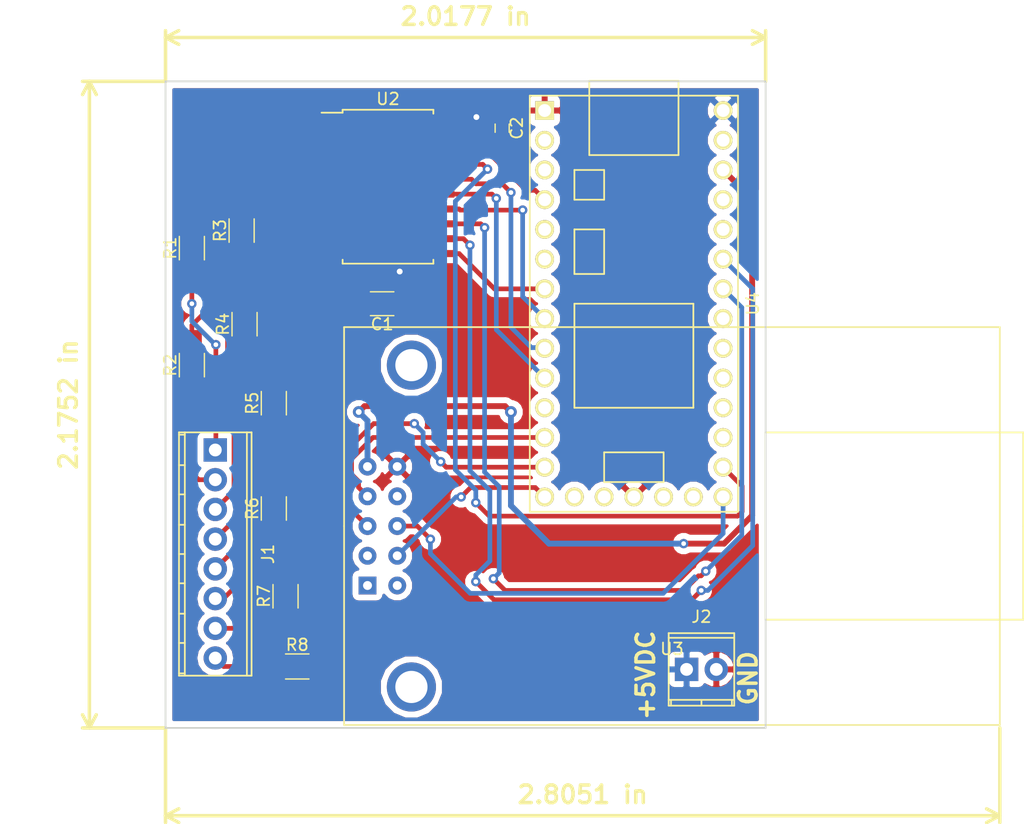
<source format=kicad_pcb>
(kicad_pcb (version 20171130) (host pcbnew 5.0.2-bee76a0~70~ubuntu18.04.1)

  (general
    (thickness 1.6)
    (drawings 9)
    (tracks 217)
    (zones 0)
    (modules 15)
    (nets 53)
  )

  (page A4)
  (layers
    (0 F.Cu signal)
    (31 B.Cu signal)
    (32 B.Adhes user)
    (33 F.Adhes user)
    (34 B.Paste user)
    (35 F.Paste user)
    (36 B.SilkS user)
    (37 F.SilkS user)
    (38 B.Mask user)
    (39 F.Mask user)
    (40 Dwgs.User user)
    (41 Cmts.User user)
    (42 Eco1.User user)
    (43 Eco2.User user)
    (44 Edge.Cuts user)
    (45 Margin user)
    (46 B.CrtYd user)
    (47 F.CrtYd user)
    (48 B.Fab user)
    (49 F.Fab user)
  )

  (setup
    (last_trace_width 0.4)
    (trace_clearance 0.4)
    (zone_clearance 0.508)
    (zone_45_only no)
    (trace_min 0.2)
    (segment_width 0.2)
    (edge_width 0.15)
    (via_size 0.8)
    (via_drill 0.4)
    (via_min_size 0.4)
    (via_min_drill 0.3)
    (uvia_size 0.3)
    (uvia_drill 0.1)
    (uvias_allowed no)
    (uvia_min_size 0.2)
    (uvia_min_drill 0.1)
    (pcb_text_width 0.3)
    (pcb_text_size 1.5 1.5)
    (mod_edge_width 0.15)
    (mod_text_size 1 1)
    (mod_text_width 0.15)
    (pad_size 1.524 1.524)
    (pad_drill 0.762)
    (pad_to_mask_clearance 0.2)
    (solder_mask_min_width 0.25)
    (aux_axis_origin 34 168)
    (grid_origin 34 168)
    (visible_elements FFFFFFFF)
    (pcbplotparams
      (layerselection 0x00030_ffffffff)
      (usegerberextensions false)
      (usegerberattributes false)
      (usegerberadvancedattributes false)
      (creategerberjobfile true)
      (excludeedgelayer true)
      (linewidth 0.100000)
      (plotframeref false)
      (viasonmask false)
      (mode 1)
      (useauxorigin false)
      (hpglpennumber 1)
      (hpglpenspeed 20)
      (hpglpendiameter 15.000000)
      (psnegative false)
      (psa4output false)
      (plotreference true)
      (plotvalue true)
      (plotinvisibletext false)
      (padsonsilk false)
      (subtractmaskfromsilk false)
      (outputformat 1)
      (mirror false)
      (drillshape 0)
      (scaleselection 1)
      (outputdirectory "ledAsoex2019/"))
  )

  (net 0 "")
  (net 1 +3V3)
  (net 2 GND)
  (net 3 "Net-(U3-Pad7)")
  (net 4 "Net-(U3-Pad8)")
  (net 5 "Net-(U3-Pad5)")
  (net 6 "Net-(U3-Pad6)")
  (net 7 "Net-(U3-Pad3)")
  (net 8 "Net-(U3-Pad4)")
  (net 9 "Net-(U3-Pad1)")
  (net 10 "Net-(U3-Pad2)")
  (net 11 "Net-(U4-Pad18)")
  (net 12 "Net-(U4-Pad19)")
  (net 13 "Net-(U4-Pad16)")
  (net 14 "Net-(U4-Pad15)")
  (net 15 "Net-(U2-Pad17)")
  (net 16 "Net-(U4-Pad22)")
  (net 17 "Net-(U4-Pad23)")
  (net 18 "Net-(U2-Pad13)")
  (net 19 "Net-(U2-Pad12)")
  (net 20 "Net-(U4-Pad32)")
  (net 21 +5V)
  (net 22 "Net-(U4-Pad11)")
  (net 23 "Net-(U2-Pad15)")
  (net 24 "Net-(U2-Pad16)")
  (net 25 "Net-(U2-Pad14)")
  (net 26 "Net-(U2-Pad11)")
  (net 27 "Net-(U4-Pad6)")
  (net 28 "Net-(U4-Pad5)")
  (net 29 "Net-(U2-Pad18)")
  (net 30 "Net-(R1-Pad2)")
  (net 31 "Net-(J1-Pad1)")
  (net 32 "Net-(J1-Pad2)")
  (net 33 "Net-(R2-Pad2)")
  (net 34 "Net-(R3-Pad2)")
  (net 35 "Net-(J1-Pad3)")
  (net 36 "Net-(J1-Pad4)")
  (net 37 "Net-(R4-Pad2)")
  (net 38 "Net-(R5-Pad2)")
  (net 39 "Net-(J1-Pad5)")
  (net 40 "Net-(J1-Pad6)")
  (net 41 "Net-(R6-Pad2)")
  (net 42 "Net-(R7-Pad2)")
  (net 43 "Net-(J1-Pad7)")
  (net 44 "Net-(J1-Pad8)")
  (net 45 "Net-(R8-Pad2)")
  (net 46 "Net-(U4-Pad24)")
  (net 47 "Net-(U4-Pad25)")
  (net 48 "Net-(U4-Pad26)")
  (net 49 "Net-(U4-Pad29)")
  (net 50 "Net-(U4-Pad30)")
  (net 51 "Net-(U4-Pad3)")
  (net 52 "Net-(U4-Pad2)")

  (net_class Default "This is the default net class."
    (clearance 0.4)
    (trace_width 0.4)
    (via_dia 0.8)
    (via_drill 0.4)
    (uvia_dia 0.3)
    (uvia_drill 0.1)
    (add_net "Net-(J1-Pad1)")
    (add_net "Net-(J1-Pad2)")
    (add_net "Net-(J1-Pad3)")
    (add_net "Net-(J1-Pad4)")
    (add_net "Net-(J1-Pad5)")
    (add_net "Net-(J1-Pad6)")
    (add_net "Net-(J1-Pad7)")
    (add_net "Net-(J1-Pad8)")
    (add_net "Net-(R1-Pad2)")
    (add_net "Net-(R2-Pad2)")
    (add_net "Net-(R3-Pad2)")
    (add_net "Net-(R4-Pad2)")
    (add_net "Net-(R5-Pad2)")
    (add_net "Net-(R6-Pad2)")
    (add_net "Net-(R7-Pad2)")
    (add_net "Net-(R8-Pad2)")
    (add_net "Net-(U2-Pad11)")
    (add_net "Net-(U2-Pad12)")
    (add_net "Net-(U2-Pad13)")
    (add_net "Net-(U2-Pad14)")
    (add_net "Net-(U2-Pad15)")
    (add_net "Net-(U2-Pad16)")
    (add_net "Net-(U2-Pad17)")
    (add_net "Net-(U2-Pad18)")
    (add_net "Net-(U3-Pad1)")
    (add_net "Net-(U3-Pad2)")
    (add_net "Net-(U3-Pad3)")
    (add_net "Net-(U3-Pad4)")
    (add_net "Net-(U3-Pad5)")
    (add_net "Net-(U3-Pad6)")
    (add_net "Net-(U3-Pad7)")
    (add_net "Net-(U3-Pad8)")
    (add_net "Net-(U4-Pad11)")
    (add_net "Net-(U4-Pad15)")
    (add_net "Net-(U4-Pad16)")
    (add_net "Net-(U4-Pad18)")
    (add_net "Net-(U4-Pad19)")
    (add_net "Net-(U4-Pad2)")
    (add_net "Net-(U4-Pad22)")
    (add_net "Net-(U4-Pad23)")
    (add_net "Net-(U4-Pad24)")
    (add_net "Net-(U4-Pad25)")
    (add_net "Net-(U4-Pad26)")
    (add_net "Net-(U4-Pad29)")
    (add_net "Net-(U4-Pad3)")
    (add_net "Net-(U4-Pad30)")
    (add_net "Net-(U4-Pad32)")
    (add_net "Net-(U4-Pad5)")
    (add_net "Net-(U4-Pad6)")
  )

  (net_class power ""
    (clearance 0.4)
    (trace_width 0.5)
    (via_dia 1)
    (via_drill 0.5)
    (uvia_dia 0.3)
    (uvia_drill 0.1)
    (add_net +3V3)
    (add_net +5V)
    (add_net GND)
  )

  (module ludique:ENC28J60_MOD (layer F.Cu) (tedit 5D70875A) (tstamp 5D6FE3F4)
    (at 106 131)
    (path /58D41946)
    (fp_text reference U3 (at 0 10.5) (layer F.SilkS)
      (effects (font (size 1 1) (thickness 0.15)))
    )
    (fp_text value ENC28J60 (at 0 -8.5) (layer F.Fab)
      (effects (font (size 1 1) (thickness 0.15)))
    )
    (fp_line (start 30 8) (end 30 0) (layer F.SilkS) (width 0.15))
    (fp_line (start 8 8) (end 30 8) (layer F.SilkS) (width 0.15))
    (fp_line (start 8 -8) (end 8 8) (layer F.SilkS) (width 0.15))
    (fp_line (start 30 -8) (end 8 -8) (layer F.SilkS) (width 0.15))
    (fp_line (start 30 0) (end 30 -8) (layer F.SilkS) (width 0.15))
    (fp_line (start -28 17) (end -28 0) (layer F.SilkS) (width 0.15))
    (fp_line (start 28 17) (end -28 17) (layer F.SilkS) (width 0.15))
    (fp_line (start 28 -17) (end 28 17) (layer F.SilkS) (width 0.15))
    (fp_line (start -28 -17) (end 28 -17) (layer F.SilkS) (width 0.15))
    (fp_line (start -28 0) (end -28 -17) (layer F.SilkS) (width 0.15))
    (pad "" np_thru_hole circle (at -22.25 13.75) (size 4.2 4.2) (drill 2.75) (layers *.Cu *.Mask))
    (pad "" np_thru_hole circle (at -22.25 -13.75) (size 4.2 4.2) (drill 2.75) (layers *.Cu *.Mask))
    (pad 2 thru_hole circle (at -23.46 5.08) (size 1.524 1.524) (drill 0.762) (layers *.Cu *.Mask)
      (net 10 "Net-(U3-Pad2)"))
    (pad 1 thru_hole rect (at -26 5.08) (size 1.524 1.524) (drill 0.762) (layers *.Cu *.Mask)
      (net 9 "Net-(U3-Pad1)"))
    (pad 4 thru_hole circle (at -23.46 2.54) (size 1.524 1.524) (drill 0.762) (layers *.Cu *.Mask)
      (net 8 "Net-(U3-Pad4)"))
    (pad 3 thru_hole circle (at -26 2.54) (size 1.524 1.524) (drill 0.762) (layers *.Cu *.Mask)
      (net 7 "Net-(U3-Pad3)"))
    (pad 6 thru_hole circle (at -23.46 0) (size 1.524 1.524) (drill 0.762) (layers *.Cu *.Mask)
      (net 6 "Net-(U3-Pad6)"))
    (pad 5 thru_hole circle (at -26 0) (size 1.524 1.524) (drill 0.762) (layers *.Cu *.Mask)
      (net 5 "Net-(U3-Pad5)"))
    (pad 8 thru_hole circle (at -23.46 -2.54) (size 1.524 1.524) (drill 0.762) (layers *.Cu *.Mask)
      (net 4 "Net-(U3-Pad8)"))
    (pad 7 thru_hole circle (at -26 -2.54) (size 1.524 1.524) (drill 0.762) (layers *.Cu *.Mask)
      (net 3 "Net-(U3-Pad7)"))
    (pad 10 thru_hole circle (at -23.46 -5.08) (size 1.524 1.524) (drill 0.762) (layers *.Cu *.Mask)
      (net 2 GND))
    (pad 9 thru_hole circle (at -26 -5.08) (size 1.524 1.524) (drill 0.762) (layers *.Cu *.Mask)
      (net 1 +3V3))
  )

  (module Teensy:Teensy32_mainpins (layer F.Cu) (tedit 5D6FFE1E) (tstamp 58D576FE)
    (at 102.75 112 270)
    (path /58CC1BE9)
    (fp_text reference U4 (at 0 -10.16 270) (layer F.SilkS)
      (effects (font (size 1 1) (thickness 0.15)))
    )
    (fp_text value Teensy3.2 (at 0 10.16 270) (layer F.Fab)
      (effects (font (size 1 1) (thickness 0.15)))
    )
    (fp_line (start -17.78 8.89) (end -17.78 -8.89) (layer F.SilkS) (width 0.15))
    (fp_line (start 17.78 8.89) (end -17.78 8.89) (layer F.SilkS) (width 0.15))
    (fp_line (start 17.78 -8.89) (end 17.78 8.89) (layer F.SilkS) (width 0.15))
    (fp_line (start -17.78 -8.89) (end 17.78 -8.89) (layer F.SilkS) (width 0.15))
    (fp_line (start 8.89 5.08) (end 0 5.08) (layer F.SilkS) (width 0.15))
    (fp_line (start 8.89 -5.08) (end 0 -5.08) (layer F.SilkS) (width 0.15))
    (fp_line (start 0 -5.08) (end 0 5.08) (layer F.SilkS) (width 0.15))
    (fp_line (start 8.89 5.08) (end 8.89 -5.08) (layer F.SilkS) (width 0.15))
    (fp_line (start 12.7 -2.54) (end 15.24 -2.54) (layer F.SilkS) (width 0.15))
    (fp_line (start 12.7 2.54) (end 12.7 -2.54) (layer F.SilkS) (width 0.15))
    (fp_line (start 15.24 2.54) (end 12.7 2.54) (layer F.SilkS) (width 0.15))
    (fp_line (start 15.24 -2.54) (end 15.24 2.54) (layer F.SilkS) (width 0.15))
    (fp_line (start -11.43 2.54) (end -11.43 5.08) (layer F.SilkS) (width 0.15))
    (fp_line (start -8.89 2.54) (end -11.43 2.54) (layer F.SilkS) (width 0.15))
    (fp_line (start -8.89 5.08) (end -8.89 2.54) (layer F.SilkS) (width 0.15))
    (fp_line (start -11.43 5.08) (end -8.89 5.08) (layer F.SilkS) (width 0.15))
    (fp_line (start -12.7 3.81) (end -17.78 3.81) (layer F.SilkS) (width 0.15))
    (fp_line (start -12.7 -3.81) (end -17.78 -3.81) (layer F.SilkS) (width 0.15))
    (fp_line (start -12.7 3.81) (end -12.7 -3.81) (layer F.SilkS) (width 0.15))
    (fp_line (start -6.35 2.54) (end -6.35 5.08) (layer F.SilkS) (width 0.15))
    (fp_line (start -2.54 2.54) (end -6.35 2.54) (layer F.SilkS) (width 0.15))
    (fp_line (start -2.54 5.08) (end -2.54 2.54) (layer F.SilkS) (width 0.15))
    (fp_line (start -6.35 5.08) (end -2.54 5.08) (layer F.SilkS) (width 0.15))
    (fp_line (start -19.05 -3.81) (end -17.78 -3.81) (layer F.SilkS) (width 0.15))
    (fp_line (start -19.05 3.81) (end -19.05 -3.81) (layer F.SilkS) (width 0.15))
    (fp_line (start -17.78 3.81) (end -19.05 3.81) (layer F.SilkS) (width 0.15))
    (pad 1 thru_hole rect (at -16.51 7.62 270) (size 1.6 1.6) (drill 1.1) (layers *.Cu *.Mask F.SilkS)
      (net 2 GND))
    (pad 2 thru_hole circle (at -13.97 7.62 270) (size 1.6 1.6) (drill 1.1) (layers *.Cu *.Mask F.SilkS)
      (net 52 "Net-(U4-Pad2)"))
    (pad 3 thru_hole circle (at -11.43 7.62 270) (size 1.6 1.6) (drill 1.1) (layers *.Cu *.Mask F.SilkS)
      (net 51 "Net-(U4-Pad3)"))
    (pad 4 thru_hole circle (at -8.89 7.62 270) (size 1.6 1.6) (drill 1.1) (layers *.Cu *.Mask F.SilkS)
      (net 29 "Net-(U2-Pad18)"))
    (pad 5 thru_hole circle (at -6.35 7.62 270) (size 1.6 1.6) (drill 1.1) (layers *.Cu *.Mask F.SilkS)
      (net 28 "Net-(U4-Pad5)"))
    (pad 6 thru_hole circle (at -3.81 7.62 270) (size 1.6 1.6) (drill 1.1) (layers *.Cu *.Mask F.SilkS)
      (net 27 "Net-(U4-Pad6)"))
    (pad 7 thru_hole circle (at -1.27 7.62 270) (size 1.6 1.6) (drill 1.1) (layers *.Cu *.Mask F.SilkS)
      (net 26 "Net-(U2-Pad11)"))
    (pad 8 thru_hole circle (at 1.27 7.62 270) (size 1.6 1.6) (drill 1.1) (layers *.Cu *.Mask F.SilkS)
      (net 25 "Net-(U2-Pad14)"))
    (pad 9 thru_hole circle (at 3.81 7.62 270) (size 1.6 1.6) (drill 1.1) (layers *.Cu *.Mask F.SilkS)
      (net 24 "Net-(U2-Pad16)"))
    (pad 10 thru_hole circle (at 6.35 7.62 270) (size 1.6 1.6) (drill 1.1) (layers *.Cu *.Mask F.SilkS)
      (net 23 "Net-(U2-Pad15)"))
    (pad 11 thru_hole circle (at 8.89 7.62 270) (size 1.6 1.6) (drill 1.1) (layers *.Cu *.Mask F.SilkS)
      (net 22 "Net-(U4-Pad11)"))
    (pad 12 thru_hole circle (at 11.43 7.62 270) (size 1.6 1.6) (drill 1.1) (layers *.Cu *.Mask F.SilkS)
      (net 3 "Net-(U3-Pad7)"))
    (pad 13 thru_hole circle (at 13.97 7.62 270) (size 1.6 1.6) (drill 1.1) (layers *.Cu *.Mask F.SilkS)
      (net 5 "Net-(U3-Pad5)"))
    (pad 33 thru_hole circle (at -16.51 -7.62 270) (size 1.6 1.6) (drill 1.1) (layers *.Cu *.Mask F.SilkS)
      (net 21 +5V))
    (pad 32 thru_hole circle (at -13.97 -7.62 270) (size 1.6 1.6) (drill 1.1) (layers *.Cu *.Mask F.SilkS)
      (net 20 "Net-(U4-Pad32)"))
    (pad 31 thru_hole circle (at -11.43 -7.62 270) (size 1.6 1.6) (drill 1.1) (layers *.Cu *.Mask F.SilkS)
      (net 1 +3V3))
    (pad 30 thru_hole circle (at -8.89 -7.62 270) (size 1.6 1.6) (drill 1.1) (layers *.Cu *.Mask F.SilkS)
      (net 50 "Net-(U4-Pad30)"))
    (pad 29 thru_hole circle (at -6.35 -7.62 270) (size 1.6 1.6) (drill 1.1) (layers *.Cu *.Mask F.SilkS)
      (net 49 "Net-(U4-Pad29)"))
    (pad 28 thru_hole circle (at -3.81 -7.62 270) (size 1.6 1.6) (drill 1.1) (layers *.Cu *.Mask F.SilkS)
      (net 19 "Net-(U2-Pad12)"))
    (pad 27 thru_hole circle (at -1.27 -7.62 270) (size 1.6 1.6) (drill 1.1) (layers *.Cu *.Mask F.SilkS)
      (net 18 "Net-(U2-Pad13)"))
    (pad 26 thru_hole circle (at 1.27 -7.62 270) (size 1.6 1.6) (drill 1.1) (layers *.Cu *.Mask F.SilkS)
      (net 48 "Net-(U4-Pad26)"))
    (pad 25 thru_hole circle (at 3.81 -7.62 270) (size 1.6 1.6) (drill 1.1) (layers *.Cu *.Mask F.SilkS)
      (net 47 "Net-(U4-Pad25)"))
    (pad 24 thru_hole circle (at 6.35 -7.62 270) (size 1.6 1.6) (drill 1.1) (layers *.Cu *.Mask F.SilkS)
      (net 46 "Net-(U4-Pad24)"))
    (pad 23 thru_hole circle (at 8.89 -7.62 270) (size 1.6 1.6) (drill 1.1) (layers *.Cu *.Mask F.SilkS)
      (net 17 "Net-(U4-Pad23)"))
    (pad 22 thru_hole circle (at 11.43 -7.62 270) (size 1.6 1.6) (drill 1.1) (layers *.Cu *.Mask F.SilkS)
      (net 16 "Net-(U4-Pad22)"))
    (pad 21 thru_hole circle (at 13.97 -7.62 270) (size 1.6 1.6) (drill 1.1) (layers *.Cu *.Mask F.SilkS)
      (net 15 "Net-(U2-Pad17)"))
    (pad 14 thru_hole circle (at 16.51 7.62 270) (size 1.6 1.6) (drill 1.1) (layers *.Cu *.Mask F.SilkS)
      (net 8 "Net-(U3-Pad4)"))
    (pad 15 thru_hole circle (at 16.51 5.08 270) (size 1.6 1.6) (drill 1.1) (layers *.Cu *.Mask F.SilkS)
      (net 14 "Net-(U4-Pad15)"))
    (pad 16 thru_hole circle (at 16.51 2.54 270) (size 1.6 1.6) (drill 1.1) (layers *.Cu *.Mask F.SilkS)
      (net 13 "Net-(U4-Pad16)"))
    (pad 20 thru_hole circle (at 16.51 -7.62 270) (size 1.6 1.6) (drill 1.1) (layers *.Cu *.Mask F.SilkS)
      (net 6 "Net-(U3-Pad6)"))
    (pad 19 thru_hole circle (at 16.51 -5.08 270) (size 1.6 1.6) (drill 1.1) (layers *.Cu *.Mask F.SilkS)
      (net 12 "Net-(U4-Pad19)"))
    (pad 18 thru_hole circle (at 16.51 -2.54 270) (size 1.6 1.6) (drill 1.1) (layers *.Cu *.Mask F.SilkS)
      (net 11 "Net-(U4-Pad18)"))
    (pad 17 thru_hole circle (at 16.51 0 270) (size 1.6 1.6) (drill 1.1) (layers *.Cu *.Mask F.SilkS)
      (net 2 GND))
  )

  (module Capacitors_SMD:C_0603_HandSoldering (layer F.Cu) (tedit 58AA848B) (tstamp 58D578F8)
    (at 91.5 97 270)
    (descr "Capacitor SMD 0603, hand soldering")
    (tags "capacitor 0603")
    (path /58D5A6AA)
    (attr smd)
    (fp_text reference C2 (at 0 -1.25 270) (layer F.SilkS)
      (effects (font (size 1 1) (thickness 0.15)))
    )
    (fp_text value C (at 0 1.5 270) (layer F.Fab)
      (effects (font (size 1 1) (thickness 0.15)))
    )
    (fp_line (start 1.8 0.65) (end -1.8 0.65) (layer F.CrtYd) (width 0.05))
    (fp_line (start 1.8 0.65) (end 1.8 -0.65) (layer F.CrtYd) (width 0.05))
    (fp_line (start -1.8 -0.65) (end -1.8 0.65) (layer F.CrtYd) (width 0.05))
    (fp_line (start -1.8 -0.65) (end 1.8 -0.65) (layer F.CrtYd) (width 0.05))
    (fp_line (start 0.35 0.6) (end -0.35 0.6) (layer F.SilkS) (width 0.12))
    (fp_line (start -0.35 -0.6) (end 0.35 -0.6) (layer F.SilkS) (width 0.12))
    (fp_line (start -0.8 -0.4) (end 0.8 -0.4) (layer F.Fab) (width 0.1))
    (fp_line (start 0.8 -0.4) (end 0.8 0.4) (layer F.Fab) (width 0.1))
    (fp_line (start 0.8 0.4) (end -0.8 0.4) (layer F.Fab) (width 0.1))
    (fp_line (start -0.8 0.4) (end -0.8 -0.4) (layer F.Fab) (width 0.1))
    (fp_text user %R (at 0 -1.25 270) (layer F.Fab)
      (effects (font (size 1 1) (thickness 0.15)))
    )
    (pad 2 smd rect (at 0.95 0 270) (size 1.2 0.75) (layers F.Cu F.Paste F.Mask)
      (net 2 GND))
    (pad 1 smd rect (at -0.95 0 270) (size 1.2 0.75) (layers F.Cu F.Paste F.Mask)
      (net 21 +5V))
    (model Capacitors_SMD.3dshapes/C_0603.wrl
      (at (xyz 0 0 0))
      (scale (xyz 1 1 1))
      (rotate (xyz 0 0 0))
    )
  )

  (module Capacitors_SMD:C_1206_HandSoldering (layer F.Cu) (tedit 58AA84D1) (tstamp 58D578E8)
    (at 81.25 112 180)
    (descr "Capacitor SMD 1206, hand soldering")
    (tags "capacitor 1206")
    (path /58D59F9D)
    (attr smd)
    (fp_text reference C1 (at 0 -1.75 180) (layer F.SilkS)
      (effects (font (size 1 1) (thickness 0.15)))
    )
    (fp_text value C (at 0 2 180) (layer F.Fab)
      (effects (font (size 1 1) (thickness 0.15)))
    )
    (fp_line (start 3.25 1.05) (end -3.25 1.05) (layer F.CrtYd) (width 0.05))
    (fp_line (start 3.25 1.05) (end 3.25 -1.05) (layer F.CrtYd) (width 0.05))
    (fp_line (start -3.25 -1.05) (end -3.25 1.05) (layer F.CrtYd) (width 0.05))
    (fp_line (start -3.25 -1.05) (end 3.25 -1.05) (layer F.CrtYd) (width 0.05))
    (fp_line (start -1 1.02) (end 1 1.02) (layer F.SilkS) (width 0.12))
    (fp_line (start 1 -1.02) (end -1 -1.02) (layer F.SilkS) (width 0.12))
    (fp_line (start -1.6 -0.8) (end 1.6 -0.8) (layer F.Fab) (width 0.1))
    (fp_line (start 1.6 -0.8) (end 1.6 0.8) (layer F.Fab) (width 0.1))
    (fp_line (start 1.6 0.8) (end -1.6 0.8) (layer F.Fab) (width 0.1))
    (fp_line (start -1.6 0.8) (end -1.6 -0.8) (layer F.Fab) (width 0.1))
    (fp_text user %R (at 0 -1.75 180) (layer F.Fab)
      (effects (font (size 1 1) (thickness 0.15)))
    )
    (pad 2 smd rect (at 2 0 180) (size 2 1.6) (layers F.Cu F.Paste F.Mask)
      (net 2 GND))
    (pad 1 smd rect (at -2 0 180) (size 2 1.6) (layers F.Cu F.Paste F.Mask)
      (net 21 +5V))
    (model Capacitors_SMD.3dshapes/C_1206.wrl
      (at (xyz 0 0 0))
      (scale (xyz 1 1 1))
      (rotate (xyz 0 0 0))
    )
  )

  (module Connectors_Terminal_Blocks:TerminalBlock_Pheonix_MPT-2.54mm_2pol (layer F.Cu) (tedit 0) (tstamp 58D578D8)
    (at 107.25 143.25)
    (descr "2-way 2.54mm pitch terminal block, Phoenix MPT series")
    (path /58D41B90)
    (fp_text reference J2 (at 1.27 -4.50088) (layer F.SilkS)
      (effects (font (size 1 1) (thickness 0.15)))
    )
    (fp_text value Screw_Terminal_1x02 (at 1.27 4.50088) (layer F.Fab)
      (effects (font (size 1 1) (thickness 0.15)))
    )
    (fp_line (start -1.52908 -3.0988) (end -1.52908 3.0988) (layer F.SilkS) (width 0.15))
    (fp_line (start 4.06908 -3.0988) (end -1.52908 -3.0988) (layer F.SilkS) (width 0.15))
    (fp_line (start 4.06908 3.0988) (end 4.06908 -3.0988) (layer F.SilkS) (width 0.15))
    (fp_line (start -1.52908 3.0988) (end 4.06908 3.0988) (layer F.SilkS) (width 0.15))
    (fp_line (start -1.52908 -2.70002) (end 4.06908 -2.70002) (layer F.SilkS) (width 0.15))
    (fp_line (start 1.27 3.0988) (end 1.27 2.60096) (layer F.SilkS) (width 0.15))
    (fp_line (start 3.87096 2.60096) (end 3.87096 3.0988) (layer F.SilkS) (width 0.15))
    (fp_line (start -1.33096 3.0988) (end -1.33096 2.60096) (layer F.SilkS) (width 0.15))
    (fp_line (start 4.06908 2.60096) (end -1.52908 2.60096) (layer F.SilkS) (width 0.15))
    (fp_line (start 4.3 -3.3) (end 4.3 3.3) (layer F.CrtYd) (width 0.05))
    (fp_line (start 4.3 3.3) (end -1.7 3.3) (layer F.CrtYd) (width 0.05))
    (fp_line (start -1.7 3.3) (end -1.7 -3.3) (layer F.CrtYd) (width 0.05))
    (fp_line (start -1.7 -3.3) (end 4.3 -3.3) (layer F.CrtYd) (width 0.05))
    (pad 1 thru_hole rect (at 0 0) (size 1.99898 1.99898) (drill 1.09728) (layers *.Cu *.Mask)
      (net 21 +5V))
    (pad 2 thru_hole oval (at 2.54 0) (size 1.99898 1.99898) (drill 1.09728) (layers *.Cu *.Mask)
      (net 2 GND))
    (model Terminal_Blocks.3dshapes/TerminalBlock_Pheonix_MPT-2.54mm_2pol.wrl
      (offset (xyz 1.269999980926514 0 0))
      (scale (xyz 1 1 1))
      (rotate (xyz 0 0 0))
    )
  )

  (module Connectors_Terminal_Blocks:TerminalBlock_Pheonix_MPT-2.54mm_8pol (layer F.Cu) (tedit 0) (tstamp 58D578BC)
    (at 67 124.5 270)
    (descr "8-way 2.54mm pitch terminal block, Phoenix MPT series")
    (path /58D565C5)
    (fp_text reference J1 (at 8.89 -4.50088 270) (layer F.SilkS)
      (effects (font (size 1 1) (thickness 0.15)))
    )
    (fp_text value Screw_Terminal_1x08 (at 8.89 4.50088 270) (layer F.Fab)
      (effects (font (size 1 1) (thickness 0.15)))
    )
    (fp_line (start -1.50622 -3.0988) (end -1.50622 3.0988) (layer F.SilkS) (width 0.15))
    (fp_line (start 19.28622 3.0988) (end 19.28622 -3.0988) (layer F.SilkS) (width 0.15))
    (fp_line (start 1.2954 3.0988) (end 1.2954 2.60096) (layer F.SilkS) (width 0.15))
    (fp_line (start 19.0881 2.60096) (end 19.0881 3.0988) (layer F.SilkS) (width 0.15))
    (fp_line (start -1.3081 3.0988) (end -1.3081 2.60096) (layer F.SilkS) (width 0.15))
    (fp_line (start 3.79222 2.60096) (end 3.79222 3.0988) (layer F.SilkS) (width 0.15))
    (fp_line (start 6.39064 2.60096) (end 6.39064 3.0988) (layer F.SilkS) (width 0.15))
    (fp_line (start 11.3919 2.60096) (end 11.3919 3.0988) (layer F.SilkS) (width 0.15))
    (fp_line (start 13.99032 2.60096) (end 13.99032 3.0988) (layer F.SilkS) (width 0.15))
    (fp_line (start 16.48968 2.60096) (end 16.48968 3.0988) (layer F.SilkS) (width 0.15))
    (fp_line (start 8.89 2.60096) (end 8.89 3.0988) (layer F.SilkS) (width 0.15))
    (fp_line (start -1.50876 2.60096) (end 19.28876 2.60096) (layer F.SilkS) (width 0.15))
    (fp_line (start 19.28876 3.0988) (end -1.50876 3.0988) (layer F.SilkS) (width 0.15))
    (fp_line (start -1.50876 -2.70002) (end 19.28876 -2.70002) (layer F.SilkS) (width 0.15))
    (fp_line (start 19.28876 -3.0988) (end -1.50876 -3.0988) (layer F.SilkS) (width 0.15))
    (fp_line (start 19.558 -3.302) (end 19.558 3.302) (layer F.CrtYd) (width 0.05))
    (fp_line (start 19.558 3.302) (end -1.778 3.302) (layer F.CrtYd) (width 0.05))
    (fp_line (start -1.778 3.302) (end -1.778 -3.302) (layer F.CrtYd) (width 0.05))
    (fp_line (start -1.778 -3.302) (end 19.558 -3.302) (layer F.CrtYd) (width 0.05))
    (pad 8 thru_hole oval (at 17.78 0 90) (size 1.99898 1.99898) (drill 1.09728) (layers *.Cu *.Mask)
      (net 44 "Net-(J1-Pad8)"))
    (pad 7 thru_hole oval (at 15.24 0 90) (size 1.99898 1.99898) (drill 1.09728) (layers *.Cu *.Mask)
      (net 43 "Net-(J1-Pad7)"))
    (pad 6 thru_hole oval (at 12.7 0 90) (size 1.99898 1.99898) (drill 1.09728) (layers *.Cu *.Mask)
      (net 40 "Net-(J1-Pad6)"))
    (pad 5 thru_hole oval (at 10.16 0 90) (size 1.99898 1.99898) (drill 1.09728) (layers *.Cu *.Mask)
      (net 39 "Net-(J1-Pad5)"))
    (pad 3 thru_hole oval (at 5.08 0 90) (size 1.99898 1.99898) (drill 1.09728) (layers *.Cu *.Mask)
      (net 35 "Net-(J1-Pad3)"))
    (pad 2 thru_hole oval (at 2.54 0 90) (size 1.99898 1.99898) (drill 1.09728) (layers *.Cu *.Mask)
      (net 32 "Net-(J1-Pad2)"))
    (pad 1 thru_hole rect (at 0 0 90) (size 1.99898 1.99898) (drill 1.09728) (layers *.Cu *.Mask)
      (net 31 "Net-(J1-Pad1)"))
    (pad 4 thru_hole oval (at 7.62 0 90) (size 1.99898 1.99898) (drill 1.09728) (layers *.Cu *.Mask)
      (net 36 "Net-(J1-Pad4)"))
    (model Terminal_Blocks.3dshapes/TerminalBlock_Pheonix_MPT-2.54mm_8pol.wrl
      (offset (xyz 8.889999866485596 0 0))
      (scale (xyz 1 1 1))
      (rotate (xyz 0 0 0))
    )
  )

  (module Housings_SOIC:SOIC-20W_7.5x12.8mm_Pitch1.27mm (layer F.Cu) (tedit 58CC8F64) (tstamp 5D6FDEFA)
    (at 81.75 102)
    (descr "20-Lead Plastic Small Outline (SO) - Wide, 7.50 mm Body [SOIC] (see Microchip Packaging Specification 00000049BS.pdf)")
    (tags "SOIC 1.27")
    (path /58CC1CCA)
    (attr smd)
    (fp_text reference U2 (at 0 -7.5) (layer F.SilkS)
      (effects (font (size 1 1) (thickness 0.15)))
    )
    (fp_text value 74HC245 (at 0 7.5) (layer F.Fab)
      (effects (font (size 1 1) (thickness 0.15)))
    )
    (fp_line (start -3.875 -6.325) (end -5.675 -6.325) (layer F.SilkS) (width 0.15))
    (fp_line (start -3.875 6.575) (end 3.875 6.575) (layer F.SilkS) (width 0.15))
    (fp_line (start -3.875 -6.575) (end 3.875 -6.575) (layer F.SilkS) (width 0.15))
    (fp_line (start -3.875 6.575) (end -3.875 6.24) (layer F.SilkS) (width 0.15))
    (fp_line (start 3.875 6.575) (end 3.875 6.24) (layer F.SilkS) (width 0.15))
    (fp_line (start 3.875 -6.575) (end 3.875 -6.24) (layer F.SilkS) (width 0.15))
    (fp_line (start -3.875 -6.575) (end -3.875 -6.325) (layer F.SilkS) (width 0.15))
    (fp_line (start -5.95 6.75) (end 5.95 6.75) (layer F.CrtYd) (width 0.05))
    (fp_line (start -5.95 -6.75) (end 5.95 -6.75) (layer F.CrtYd) (width 0.05))
    (fp_line (start 5.95 -6.75) (end 5.95 6.75) (layer F.CrtYd) (width 0.05))
    (fp_line (start -5.95 -6.75) (end -5.95 6.75) (layer F.CrtYd) (width 0.05))
    (fp_line (start -3.75 -5.4) (end -2.75 -6.4) (layer F.Fab) (width 0.15))
    (fp_line (start -3.75 6.4) (end -3.75 -5.4) (layer F.Fab) (width 0.15))
    (fp_line (start 3.75 6.4) (end -3.75 6.4) (layer F.Fab) (width 0.15))
    (fp_line (start 3.75 -6.4) (end 3.75 6.4) (layer F.Fab) (width 0.15))
    (fp_line (start -2.75 -6.4) (end 3.75 -6.4) (layer F.Fab) (width 0.15))
    (fp_text user %R (at 0 0) (layer F.Fab)
      (effects (font (size 1 1) (thickness 0.15)))
    )
    (pad 20 smd rect (at 4.7 -5.715) (size 1.95 0.6) (layers F.Cu F.Paste F.Mask)
      (net 21 +5V))
    (pad 19 smd rect (at 4.7 -4.445) (size 1.95 0.6) (layers F.Cu F.Paste F.Mask)
      (net 2 GND))
    (pad 18 smd rect (at 4.7 -3.175) (size 1.95 0.6) (layers F.Cu F.Paste F.Mask)
      (net 29 "Net-(U2-Pad18)"))
    (pad 17 smd rect (at 4.7 -1.905) (size 1.95 0.6) (layers F.Cu F.Paste F.Mask)
      (net 15 "Net-(U2-Pad17)"))
    (pad 16 smd rect (at 4.7 -0.635) (size 1.95 0.6) (layers F.Cu F.Paste F.Mask)
      (net 24 "Net-(U2-Pad16)"))
    (pad 15 smd rect (at 4.7 0.635) (size 1.95 0.6) (layers F.Cu F.Paste F.Mask)
      (net 23 "Net-(U2-Pad15)"))
    (pad 14 smd rect (at 4.7 1.905) (size 1.95 0.6) (layers F.Cu F.Paste F.Mask)
      (net 25 "Net-(U2-Pad14)"))
    (pad 13 smd rect (at 4.7 3.175) (size 1.95 0.6) (layers F.Cu F.Paste F.Mask)
      (net 18 "Net-(U2-Pad13)"))
    (pad 12 smd rect (at 4.7 4.445) (size 1.95 0.6) (layers F.Cu F.Paste F.Mask)
      (net 19 "Net-(U2-Pad12)"))
    (pad 11 smd rect (at 4.7 5.715) (size 1.95 0.6) (layers F.Cu F.Paste F.Mask)
      (net 26 "Net-(U2-Pad11)"))
    (pad 10 smd rect (at -4.7 5.715) (size 1.95 0.6) (layers F.Cu F.Paste F.Mask)
      (net 2 GND))
    (pad 9 smd rect (at -4.7 4.445) (size 1.95 0.6) (layers F.Cu F.Paste F.Mask)
      (net 45 "Net-(R8-Pad2)"))
    (pad 8 smd rect (at -4.7 3.175) (size 1.95 0.6) (layers F.Cu F.Paste F.Mask)
      (net 42 "Net-(R7-Pad2)"))
    (pad 7 smd rect (at -4.7 1.905) (size 1.95 0.6) (layers F.Cu F.Paste F.Mask)
      (net 41 "Net-(R6-Pad2)"))
    (pad 6 smd rect (at -4.7 0.635) (size 1.95 0.6) (layers F.Cu F.Paste F.Mask)
      (net 38 "Net-(R5-Pad2)"))
    (pad 5 smd rect (at -4.7 -0.635) (size 1.95 0.6) (layers F.Cu F.Paste F.Mask)
      (net 37 "Net-(R4-Pad2)"))
    (pad 4 smd rect (at -4.7 -1.905) (size 1.95 0.6) (layers F.Cu F.Paste F.Mask)
      (net 34 "Net-(R3-Pad2)"))
    (pad 3 smd rect (at -4.7 -3.175) (size 1.95 0.6) (layers F.Cu F.Paste F.Mask)
      (net 33 "Net-(R2-Pad2)"))
    (pad 2 smd rect (at -4.7 -4.445) (size 1.95 0.6) (layers F.Cu F.Paste F.Mask)
      (net 30 "Net-(R1-Pad2)"))
    (pad 1 smd rect (at -4.7 -5.715) (size 1.95 0.6) (layers F.Cu F.Paste F.Mask)
      (net 2 GND))
    (model Housings_SOIC.3dshapes/SOIC-20_7.5x12.8mm_Pitch1.27mm.wrl
      (at (xyz 0 0 0))
      (scale (xyz 1 1 1))
      (rotate (xyz 0 0 0))
    )
  )

  (module Resistors_SMD:R_1206_HandSoldering (layer F.Cu) (tedit 58AADA36) (tstamp 58D57814)
    (at 74 143)
    (descr "Resistor SMD 1206, hand soldering")
    (tags "resistor 1206")
    (path /58D3F6AE)
    (attr smd)
    (fp_text reference R8 (at 0 -1.85) (layer F.SilkS)
      (effects (font (size 1 1) (thickness 0.15)))
    )
    (fp_text value R (at 0 1.9) (layer F.Fab)
      (effects (font (size 1 1) (thickness 0.15)))
    )
    (fp_text user %R (at 0 -1.85) (layer F.Fab)
      (effects (font (size 1 1) (thickness 0.15)))
    )
    (fp_line (start -1.6 0.8) (end -1.6 -0.8) (layer F.Fab) (width 0.1))
    (fp_line (start 1.6 0.8) (end -1.6 0.8) (layer F.Fab) (width 0.1))
    (fp_line (start 1.6 -0.8) (end 1.6 0.8) (layer F.Fab) (width 0.1))
    (fp_line (start -1.6 -0.8) (end 1.6 -0.8) (layer F.Fab) (width 0.1))
    (fp_line (start 1 1.07) (end -1 1.07) (layer F.SilkS) (width 0.12))
    (fp_line (start -1 -1.07) (end 1 -1.07) (layer F.SilkS) (width 0.12))
    (fp_line (start -3.25 -1.11) (end 3.25 -1.11) (layer F.CrtYd) (width 0.05))
    (fp_line (start -3.25 -1.11) (end -3.25 1.1) (layer F.CrtYd) (width 0.05))
    (fp_line (start 3.25 1.1) (end 3.25 -1.11) (layer F.CrtYd) (width 0.05))
    (fp_line (start 3.25 1.1) (end -3.25 1.1) (layer F.CrtYd) (width 0.05))
    (pad 1 smd rect (at -2 0) (size 2 1.7) (layers F.Cu F.Paste F.Mask)
      (net 44 "Net-(J1-Pad8)"))
    (pad 2 smd rect (at 2 0) (size 2 1.7) (layers F.Cu F.Paste F.Mask)
      (net 45 "Net-(R8-Pad2)"))
    (model Resistors_SMD.3dshapes/R_1206.wrl
      (at (xyz 0 0 0))
      (scale (xyz 1 1 1))
      (rotate (xyz 0 0 0))
    )
  )

  (module Resistors_SMD:R_1206_HandSoldering (layer F.Cu) (tedit 58AADA36) (tstamp 58D57804)
    (at 73 137 90)
    (descr "Resistor SMD 1206, hand soldering")
    (tags "resistor 1206")
    (path /58D3F670)
    (attr smd)
    (fp_text reference R7 (at 0 -1.85 90) (layer F.SilkS)
      (effects (font (size 1 1) (thickness 0.15)))
    )
    (fp_text value R (at 0 1.9 90) (layer F.Fab)
      (effects (font (size 1 1) (thickness 0.15)))
    )
    (fp_line (start 3.25 1.1) (end -3.25 1.1) (layer F.CrtYd) (width 0.05))
    (fp_line (start 3.25 1.1) (end 3.25 -1.11) (layer F.CrtYd) (width 0.05))
    (fp_line (start -3.25 -1.11) (end -3.25 1.1) (layer F.CrtYd) (width 0.05))
    (fp_line (start -3.25 -1.11) (end 3.25 -1.11) (layer F.CrtYd) (width 0.05))
    (fp_line (start -1 -1.07) (end 1 -1.07) (layer F.SilkS) (width 0.12))
    (fp_line (start 1 1.07) (end -1 1.07) (layer F.SilkS) (width 0.12))
    (fp_line (start -1.6 -0.8) (end 1.6 -0.8) (layer F.Fab) (width 0.1))
    (fp_line (start 1.6 -0.8) (end 1.6 0.8) (layer F.Fab) (width 0.1))
    (fp_line (start 1.6 0.8) (end -1.6 0.8) (layer F.Fab) (width 0.1))
    (fp_line (start -1.6 0.8) (end -1.6 -0.8) (layer F.Fab) (width 0.1))
    (fp_text user %R (at 0 -1.85 90) (layer F.Fab)
      (effects (font (size 1 1) (thickness 0.15)))
    )
    (pad 2 smd rect (at 2 0 90) (size 2 1.7) (layers F.Cu F.Paste F.Mask)
      (net 42 "Net-(R7-Pad2)"))
    (pad 1 smd rect (at -2 0 90) (size 2 1.7) (layers F.Cu F.Paste F.Mask)
      (net 43 "Net-(J1-Pad7)"))
    (model Resistors_SMD.3dshapes/R_1206.wrl
      (at (xyz 0 0 0))
      (scale (xyz 1 1 1))
      (rotate (xyz 0 0 0))
    )
  )

  (module Resistors_SMD:R_1206_HandSoldering (layer F.Cu) (tedit 58AADA36) (tstamp 5D6EA51E)
    (at 72 129.5 90)
    (descr "Resistor SMD 1206, hand soldering")
    (tags "resistor 1206")
    (path /58D3F643)
    (attr smd)
    (fp_text reference R6 (at 0 -1.85 90) (layer F.SilkS)
      (effects (font (size 1 1) (thickness 0.15)))
    )
    (fp_text value R (at 0 1.9 90) (layer F.Fab)
      (effects (font (size 1 1) (thickness 0.15)))
    )
    (fp_text user %R (at 0 -1.85 90) (layer F.Fab)
      (effects (font (size 1 1) (thickness 0.15)))
    )
    (fp_line (start -1.6 0.8) (end -1.6 -0.8) (layer F.Fab) (width 0.1))
    (fp_line (start 1.6 0.8) (end -1.6 0.8) (layer F.Fab) (width 0.1))
    (fp_line (start 1.6 -0.8) (end 1.6 0.8) (layer F.Fab) (width 0.1))
    (fp_line (start -1.6 -0.8) (end 1.6 -0.8) (layer F.Fab) (width 0.1))
    (fp_line (start 1 1.07) (end -1 1.07) (layer F.SilkS) (width 0.12))
    (fp_line (start -1 -1.07) (end 1 -1.07) (layer F.SilkS) (width 0.12))
    (fp_line (start -3.25 -1.11) (end 3.25 -1.11) (layer F.CrtYd) (width 0.05))
    (fp_line (start -3.25 -1.11) (end -3.25 1.1) (layer F.CrtYd) (width 0.05))
    (fp_line (start 3.25 1.1) (end 3.25 -1.11) (layer F.CrtYd) (width 0.05))
    (fp_line (start 3.25 1.1) (end -3.25 1.1) (layer F.CrtYd) (width 0.05))
    (pad 1 smd rect (at -2 0 90) (size 2 1.7) (layers F.Cu F.Paste F.Mask)
      (net 40 "Net-(J1-Pad6)"))
    (pad 2 smd rect (at 2 0 90) (size 2 1.7) (layers F.Cu F.Paste F.Mask)
      (net 41 "Net-(R6-Pad2)"))
    (model Resistors_SMD.3dshapes/R_1206.wrl
      (at (xyz 0 0 0))
      (scale (xyz 1 1 1))
      (rotate (xyz 0 0 0))
    )
  )

  (module Resistors_SMD:R_1206_HandSoldering (layer F.Cu) (tedit 58AADA36) (tstamp 58D577E4)
    (at 72 120.5 90)
    (descr "Resistor SMD 1206, hand soldering")
    (tags "resistor 1206")
    (path /58D3F619)
    (attr smd)
    (fp_text reference R5 (at 0 -1.85 90) (layer F.SilkS)
      (effects (font (size 1 1) (thickness 0.15)))
    )
    (fp_text value R (at 0 1.9 90) (layer F.Fab)
      (effects (font (size 1 1) (thickness 0.15)))
    )
    (fp_line (start 3.25 1.1) (end -3.25 1.1) (layer F.CrtYd) (width 0.05))
    (fp_line (start 3.25 1.1) (end 3.25 -1.11) (layer F.CrtYd) (width 0.05))
    (fp_line (start -3.25 -1.11) (end -3.25 1.1) (layer F.CrtYd) (width 0.05))
    (fp_line (start -3.25 -1.11) (end 3.25 -1.11) (layer F.CrtYd) (width 0.05))
    (fp_line (start -1 -1.07) (end 1 -1.07) (layer F.SilkS) (width 0.12))
    (fp_line (start 1 1.07) (end -1 1.07) (layer F.SilkS) (width 0.12))
    (fp_line (start -1.6 -0.8) (end 1.6 -0.8) (layer F.Fab) (width 0.1))
    (fp_line (start 1.6 -0.8) (end 1.6 0.8) (layer F.Fab) (width 0.1))
    (fp_line (start 1.6 0.8) (end -1.6 0.8) (layer F.Fab) (width 0.1))
    (fp_line (start -1.6 0.8) (end -1.6 -0.8) (layer F.Fab) (width 0.1))
    (fp_text user %R (at 0 -1.85 90) (layer F.Fab)
      (effects (font (size 1 1) (thickness 0.15)))
    )
    (pad 2 smd rect (at 2 0 90) (size 2 1.7) (layers F.Cu F.Paste F.Mask)
      (net 38 "Net-(R5-Pad2)"))
    (pad 1 smd rect (at -2 0 90) (size 2 1.7) (layers F.Cu F.Paste F.Mask)
      (net 39 "Net-(J1-Pad5)"))
    (model Resistors_SMD.3dshapes/R_1206.wrl
      (at (xyz 0 0 0))
      (scale (xyz 1 1 1))
      (rotate (xyz 0 0 0))
    )
  )

  (module Resistors_SMD:R_1206_HandSoldering (layer F.Cu) (tedit 58AADA36) (tstamp 58D577D4)
    (at 69.5 113.75 90)
    (descr "Resistor SMD 1206, hand soldering")
    (tags "resistor 1206")
    (path /58D3F5EE)
    (attr smd)
    (fp_text reference R4 (at 0 -1.85 90) (layer F.SilkS)
      (effects (font (size 1 1) (thickness 0.15)))
    )
    (fp_text value R (at 0 1.9 90) (layer F.Fab)
      (effects (font (size 1 1) (thickness 0.15)))
    )
    (fp_text user %R (at 0 -1.85 90) (layer F.Fab)
      (effects (font (size 1 1) (thickness 0.15)))
    )
    (fp_line (start -1.6 0.8) (end -1.6 -0.8) (layer F.Fab) (width 0.1))
    (fp_line (start 1.6 0.8) (end -1.6 0.8) (layer F.Fab) (width 0.1))
    (fp_line (start 1.6 -0.8) (end 1.6 0.8) (layer F.Fab) (width 0.1))
    (fp_line (start -1.6 -0.8) (end 1.6 -0.8) (layer F.Fab) (width 0.1))
    (fp_line (start 1 1.07) (end -1 1.07) (layer F.SilkS) (width 0.12))
    (fp_line (start -1 -1.07) (end 1 -1.07) (layer F.SilkS) (width 0.12))
    (fp_line (start -3.25 -1.11) (end 3.25 -1.11) (layer F.CrtYd) (width 0.05))
    (fp_line (start -3.25 -1.11) (end -3.25 1.1) (layer F.CrtYd) (width 0.05))
    (fp_line (start 3.25 1.1) (end 3.25 -1.11) (layer F.CrtYd) (width 0.05))
    (fp_line (start 3.25 1.1) (end -3.25 1.1) (layer F.CrtYd) (width 0.05))
    (pad 1 smd rect (at -2 0 90) (size 2 1.7) (layers F.Cu F.Paste F.Mask)
      (net 36 "Net-(J1-Pad4)"))
    (pad 2 smd rect (at 2 0 90) (size 2 1.7) (layers F.Cu F.Paste F.Mask)
      (net 37 "Net-(R4-Pad2)"))
    (model Resistors_SMD.3dshapes/R_1206.wrl
      (at (xyz 0 0 0))
      (scale (xyz 1 1 1))
      (rotate (xyz 0 0 0))
    )
  )

  (module Resistors_SMD:R_1206_HandSoldering (layer F.Cu) (tedit 58AADA36) (tstamp 5D6FF165)
    (at 69.25 105.75 90)
    (descr "Resistor SMD 1206, hand soldering")
    (tags "resistor 1206")
    (path /58D3EDCA)
    (attr smd)
    (fp_text reference R3 (at 0 -1.85 90) (layer F.SilkS)
      (effects (font (size 1 1) (thickness 0.15)))
    )
    (fp_text value R (at 0 1.9 90) (layer F.Fab)
      (effects (font (size 1 1) (thickness 0.15)))
    )
    (fp_line (start 3.25 1.1) (end -3.25 1.1) (layer F.CrtYd) (width 0.05))
    (fp_line (start 3.25 1.1) (end 3.25 -1.11) (layer F.CrtYd) (width 0.05))
    (fp_line (start -3.25 -1.11) (end -3.25 1.1) (layer F.CrtYd) (width 0.05))
    (fp_line (start -3.25 -1.11) (end 3.25 -1.11) (layer F.CrtYd) (width 0.05))
    (fp_line (start -1 -1.07) (end 1 -1.07) (layer F.SilkS) (width 0.12))
    (fp_line (start 1 1.07) (end -1 1.07) (layer F.SilkS) (width 0.12))
    (fp_line (start -1.6 -0.8) (end 1.6 -0.8) (layer F.Fab) (width 0.1))
    (fp_line (start 1.6 -0.8) (end 1.6 0.8) (layer F.Fab) (width 0.1))
    (fp_line (start 1.6 0.8) (end -1.6 0.8) (layer F.Fab) (width 0.1))
    (fp_line (start -1.6 0.8) (end -1.6 -0.8) (layer F.Fab) (width 0.1))
    (fp_text user %R (at 0 -1.85 90) (layer F.Fab)
      (effects (font (size 1 1) (thickness 0.15)))
    )
    (pad 2 smd rect (at 2 0 90) (size 2 1.7) (layers F.Cu F.Paste F.Mask)
      (net 34 "Net-(R3-Pad2)"))
    (pad 1 smd rect (at -2 0 90) (size 2 1.7) (layers F.Cu F.Paste F.Mask)
      (net 35 "Net-(J1-Pad3)"))
    (model Resistors_SMD.3dshapes/R_1206.wrl
      (at (xyz 0 0 0))
      (scale (xyz 1 1 1))
      (rotate (xyz 0 0 0))
    )
  )

  (module Resistors_SMD:R_1206_HandSoldering (layer F.Cu) (tedit 58AADA36) (tstamp 58D577B4)
    (at 65 117.25 90)
    (descr "Resistor SMD 1206, hand soldering")
    (tags "resistor 1206")
    (path /58D3ED71)
    (attr smd)
    (fp_text reference R2 (at 0 -1.85 90) (layer F.SilkS)
      (effects (font (size 1 1) (thickness 0.15)))
    )
    (fp_text value R (at 0 1.9 90) (layer F.Fab)
      (effects (font (size 1 1) (thickness 0.15)))
    )
    (fp_text user %R (at 0 -1.85 90) (layer F.Fab)
      (effects (font (size 1 1) (thickness 0.15)))
    )
    (fp_line (start -1.6 0.8) (end -1.6 -0.8) (layer F.Fab) (width 0.1))
    (fp_line (start 1.6 0.8) (end -1.6 0.8) (layer F.Fab) (width 0.1))
    (fp_line (start 1.6 -0.8) (end 1.6 0.8) (layer F.Fab) (width 0.1))
    (fp_line (start -1.6 -0.8) (end 1.6 -0.8) (layer F.Fab) (width 0.1))
    (fp_line (start 1 1.07) (end -1 1.07) (layer F.SilkS) (width 0.12))
    (fp_line (start -1 -1.07) (end 1 -1.07) (layer F.SilkS) (width 0.12))
    (fp_line (start -3.25 -1.11) (end 3.25 -1.11) (layer F.CrtYd) (width 0.05))
    (fp_line (start -3.25 -1.11) (end -3.25 1.1) (layer F.CrtYd) (width 0.05))
    (fp_line (start 3.25 1.1) (end 3.25 -1.11) (layer F.CrtYd) (width 0.05))
    (fp_line (start 3.25 1.1) (end -3.25 1.1) (layer F.CrtYd) (width 0.05))
    (pad 1 smd rect (at -2 0 90) (size 2 1.7) (layers F.Cu F.Paste F.Mask)
      (net 32 "Net-(J1-Pad2)"))
    (pad 2 smd rect (at 2 0 90) (size 2 1.7) (layers F.Cu F.Paste F.Mask)
      (net 33 "Net-(R2-Pad2)"))
    (model Resistors_SMD.3dshapes/R_1206.wrl
      (at (xyz 0 0 0))
      (scale (xyz 1 1 1))
      (rotate (xyz 0 0 0))
    )
  )

  (module Resistors_SMD:R_1206_HandSoldering (layer F.Cu) (tedit 58AADA36) (tstamp 58D577A4)
    (at 65 107.25 90)
    (descr "Resistor SMD 1206, hand soldering")
    (tags "resistor 1206")
    (path /58D3EA96)
    (attr smd)
    (fp_text reference R1 (at 0 -1.85 90) (layer F.SilkS)
      (effects (font (size 1 1) (thickness 0.15)))
    )
    (fp_text value R (at 0 1.9 90) (layer F.Fab)
      (effects (font (size 1 1) (thickness 0.15)))
    )
    (fp_line (start 3.25 1.1) (end -3.25 1.1) (layer F.CrtYd) (width 0.05))
    (fp_line (start 3.25 1.1) (end 3.25 -1.11) (layer F.CrtYd) (width 0.05))
    (fp_line (start -3.25 -1.11) (end -3.25 1.1) (layer F.CrtYd) (width 0.05))
    (fp_line (start -3.25 -1.11) (end 3.25 -1.11) (layer F.CrtYd) (width 0.05))
    (fp_line (start -1 -1.07) (end 1 -1.07) (layer F.SilkS) (width 0.12))
    (fp_line (start 1 1.07) (end -1 1.07) (layer F.SilkS) (width 0.12))
    (fp_line (start -1.6 -0.8) (end 1.6 -0.8) (layer F.Fab) (width 0.1))
    (fp_line (start 1.6 -0.8) (end 1.6 0.8) (layer F.Fab) (width 0.1))
    (fp_line (start 1.6 0.8) (end -1.6 0.8) (layer F.Fab) (width 0.1))
    (fp_line (start -1.6 0.8) (end -1.6 -0.8) (layer F.Fab) (width 0.1))
    (fp_text user %R (at 0 -1.85 90) (layer F.Fab)
      (effects (font (size 1 1) (thickness 0.15)))
    )
    (pad 2 smd rect (at 2 0 90) (size 2 1.7) (layers F.Cu F.Paste F.Mask)
      (net 30 "Net-(R1-Pad2)"))
    (pad 1 smd rect (at -2 0 90) (size 2 1.7) (layers F.Cu F.Paste F.Mask)
      (net 31 "Net-(J1-Pad1)"))
    (model Resistors_SMD.3dshapes/R_1206.wrl
      (at (xyz 0 0 0))
      (scale (xyz 1 1 1))
      (rotate (xyz 0 0 0))
    )
  )

  (dimension 71.25 (width 0.3) (layer F.SilkS)
    (gr_text "71,250 mm" (at 98.375 157.85) (layer F.SilkS)
      (effects (font (size 1.5 1.5) (thickness 0.3)))
    )
    (feature1 (pts (xy 134 148.25) (xy 134 156.336421)))
    (feature2 (pts (xy 62.75 148.25) (xy 62.75 156.336421)))
    (crossbar (pts (xy 62.75 155.75) (xy 134 155.75)))
    (arrow1a (pts (xy 134 155.75) (xy 132.873496 156.336421)))
    (arrow1b (pts (xy 134 155.75) (xy 132.873496 155.163579)))
    (arrow2a (pts (xy 62.75 155.75) (xy 63.876504 156.336421)))
    (arrow2b (pts (xy 62.75 155.75) (xy 63.876504 155.163579)))
  )
  (dimension 51.25 (width 0.3) (layer F.SilkS)
    (gr_text "51,250 mm" (at 88.375 87.15) (layer F.SilkS)
      (effects (font (size 1.5 1.5) (thickness 0.3)))
    )
    (feature1 (pts (xy 114 93) (xy 114 88.663579)))
    (feature2 (pts (xy 62.75 93) (xy 62.75 88.663579)))
    (crossbar (pts (xy 62.75 89.25) (xy 114 89.25)))
    (arrow1a (pts (xy 114 89.25) (xy 112.873496 89.836421)))
    (arrow1b (pts (xy 114 89.25) (xy 112.873496 88.663579)))
    (arrow2a (pts (xy 62.75 89.25) (xy 63.876504 89.836421)))
    (arrow2b (pts (xy 62.75 89.25) (xy 63.876504 88.663579)))
  )
  (dimension 55.25 (width 0.3) (layer F.SilkS)
    (gr_text "55,250 mm" (at 54.15 120.625 90) (layer F.SilkS)
      (effects (font (size 1.5 1.5) (thickness 0.3)))
    )
    (feature1 (pts (xy 62.75 93) (xy 55.663579 93)))
    (feature2 (pts (xy 62.75 148.25) (xy 55.663579 148.25)))
    (crossbar (pts (xy 56.25 148.25) (xy 56.25 93)))
    (arrow1a (pts (xy 56.25 93) (xy 56.836421 94.126504)))
    (arrow1b (pts (xy 56.25 93) (xy 55.663579 94.126504)))
    (arrow2a (pts (xy 56.25 148.25) (xy 56.836421 147.123496)))
    (arrow2b (pts (xy 56.25 148.25) (xy 55.663579 147.123496)))
  )
  (gr_line (start 62.75 93) (end 62.75 148.25) (layer Edge.Cuts) (width 0.15))
  (gr_line (start 114 93) (end 62.75 93) (layer Edge.Cuts) (width 0.15))
  (gr_line (start 114 148.25) (end 114 93) (layer Edge.Cuts) (width 0.15))
  (gr_line (start 62.75 148.25) (end 114 148.25) (layer Edge.Cuts) (width 0.15))
  (gr_text GND (at 112.5 144 90) (layer F.SilkS)
    (effects (font (size 1.5 1.5) (thickness 0.3)))
  )
  (gr_text +5VDC (at 103.75 143.75 90) (layer F.SilkS)
    (effects (font (size 1.5 1.5) (thickness 0.3)))
  )

  (via (at 79.25 121.25) (size 1) (drill 0.5) (layers F.Cu B.Cu) (net 1))
  (segment (start 80 125.92) (end 80 122) (width 0.5) (layer B.Cu) (net 1))
  (segment (start 80 122) (end 79.25 121.25) (width 0.5) (layer B.Cu) (net 1))
  (via (at 92.25 121.25) (size 1) (drill 0.5) (layers F.Cu B.Cu) (net 1))
  (segment (start 91.750001 120.750001) (end 92.25 121.25) (width 0.5) (layer F.Cu) (net 1))
  (segment (start 79.25 121.25) (end 79.749999 120.750001) (width 0.5) (layer F.Cu) (net 1))
  (segment (start 79.749999 120.750001) (end 91.750001 120.750001) (width 0.5) (layer F.Cu) (net 1))
  (via (at 107 132.500002) (size 0.8) (drill 0.4) (layers F.Cu B.Cu) (net 1))
  (segment (start 111.169999 101.369999) (end 110.37 100.57) (width 0.5) (layer F.Cu) (net 1))
  (segment (start 112.85001 130.102085) (end 112.85001 103.05001) (width 0.5) (layer F.Cu) (net 1))
  (segment (start 112.85001 103.05001) (end 111.169999 101.369999) (width 0.5) (layer F.Cu) (net 1))
  (segment (start 110.452092 132.500002) (end 112.85001 130.102085) (width 0.5) (layer F.Cu) (net 1))
  (segment (start 107 132.500002) (end 110.452092 132.500002) (width 0.5) (layer F.Cu) (net 1))
  (segment (start 106.434315 132.500002) (end 107 132.500002) (width 0.5) (layer B.Cu) (net 1))
  (segment (start 95.500002 132.500002) (end 106.434315 132.500002) (width 0.5) (layer B.Cu) (net 1))
  (segment (start 92.25 121.25) (end 92.25 129.25) (width 0.5) (layer B.Cu) (net 1))
  (segment (start 92.25 129.25) (end 95.500002 132.500002) (width 0.5) (layer B.Cu) (net 1))
  (segment (start 79.238001 127.173763) (end 79.238001 127.698001) (width 0.4) (layer F.Cu) (net 3))
  (segment (start 80.474238 123.43) (end 78.637999 125.266239) (width 0.4) (layer F.Cu) (net 3))
  (segment (start 95.13 123.43) (end 80.474238 123.43) (width 0.4) (layer F.Cu) (net 3))
  (segment (start 78.637999 125.266239) (end 78.637999 126.573761) (width 0.4) (layer F.Cu) (net 3))
  (segment (start 79.238001 127.698001) (end 80 128.46) (width 0.4) (layer F.Cu) (net 3))
  (segment (start 78.637999 126.573761) (end 79.238001 127.173763) (width 0.4) (layer F.Cu) (net 3))
  (via (at 86.25 125.5) (size 0.8) (drill 0.4) (layers F.Cu B.Cu) (net 5))
  (segment (start 95.13 125.97) (end 86.72 125.97) (width 0.4) (layer F.Cu) (net 5))
  (segment (start 86.72 125.97) (end 86.25 125.5) (width 0.4) (layer F.Cu) (net 5))
  (segment (start 86.25 125.5) (end 84.75 124) (width 0.4) (layer B.Cu) (net 5))
  (via (at 84 122.25) (size 0.8) (drill 0.4) (layers F.Cu B.Cu) (net 5))
  (segment (start 84.75 124) (end 84.75 123) (width 0.4) (layer B.Cu) (net 5))
  (segment (start 84.75 123) (end 84 122.25) (width 0.4) (layer B.Cu) (net 5))
  (segment (start 78.300011 129.300011) (end 79.238001 130.238001) (width 0.4) (layer F.Cu) (net 5))
  (segment (start 77.837988 124.934864) (end 77.837989 126.905137) (width 0.4) (layer F.Cu) (net 5))
  (segment (start 77.837989 126.905137) (end 78.300011 127.367159) (width 0.4) (layer F.Cu) (net 5))
  (segment (start 78.300011 127.367159) (end 78.300011 129.300011) (width 0.4) (layer F.Cu) (net 5))
  (segment (start 84 122.25) (end 80.522852 122.25) (width 0.4) (layer F.Cu) (net 5))
  (segment (start 79.238001 130.238001) (end 80 131) (width 0.4) (layer F.Cu) (net 5))
  (segment (start 80.522852 122.25) (end 77.837988 124.934864) (width 0.4) (layer F.Cu) (net 5))
  (segment (start 110.37 128.51) (end 110.37 131.63) (width 0.4) (layer B.Cu) (net 6))
  (segment (start 110.37 131.63) (end 107.899999 134.100001) (width 0.4) (layer B.Cu) (net 6))
  (segment (start 107.899999 134.100001) (end 107.5 134.5) (width 0.4) (layer B.Cu) (net 6))
  (via (at 85.372107 132.122107) (size 0.8) (drill 0.4) (layers F.Cu B.Cu) (net 6))
  (segment (start 82.54 131) (end 84.25 131) (width 0.4) (layer F.Cu) (net 6))
  (segment (start 84.25 131) (end 85.372107 132.122107) (width 0.4) (layer F.Cu) (net 6))
  (segment (start 107.100001 134.899999) (end 107.5 134.5) (width 0.4) (layer B.Cu) (net 6))
  (segment (start 105.249999 136.750001) (end 107.100001 134.899999) (width 0.4) (layer B.Cu) (net 6))
  (segment (start 88.769999 136.750001) (end 105.249999 136.750001) (width 0.4) (layer B.Cu) (net 6))
  (segment (start 85.372107 133.352109) (end 88.769999 136.750001) (width 0.4) (layer B.Cu) (net 6))
  (segment (start 85.372107 132.122107) (end 85.372107 133.352109) (width 0.4) (layer B.Cu) (net 6))
  (via (at 88 128.509994) (size 0.8) (drill 0.4) (layers F.Cu B.Cu) (net 8))
  (segment (start 87.570006 128.509994) (end 88 128.509994) (width 0.4) (layer B.Cu) (net 8))
  (segment (start 82.54 133.54) (end 87.570006 128.509994) (width 0.4) (layer B.Cu) (net 8))
  (segment (start 95.13 128.51) (end 94.330001 127.710001) (width 0.4) (layer F.Cu) (net 8))
  (segment (start 88.399999 128.109995) (end 88 128.509994) (width 0.4) (layer F.Cu) (net 8))
  (segment (start 88.799993 127.710001) (end 88.399999 128.109995) (width 0.4) (layer F.Cu) (net 8))
  (segment (start 94.330001 127.710001) (end 88.799993 127.710001) (width 0.4) (layer F.Cu) (net 8))
  (segment (start 89.845 100.095) (end 89.850001 100.100001) (width 0.4) (layer F.Cu) (net 15))
  (segment (start 89.850001 100.100001) (end 90.25 100.5) (width 0.4) (layer F.Cu) (net 15))
  (segment (start 86.45 100.095) (end 89.845 100.095) (width 0.4) (layer F.Cu) (net 15))
  (via (at 90.25 100.5) (size 0.8) (drill 0.4) (layers F.Cu B.Cu) (net 15))
  (segment (start 111.600001 130.149999) (end 90.399999 130.149999) (width 0.4) (layer F.Cu) (net 15))
  (segment (start 90.399999 130.149999) (end 89.649999 129.399999) (width 0.4) (layer F.Cu) (net 15))
  (via (at 89.25 129) (size 0.8) (drill 0.4) (layers F.Cu B.Cu) (net 15))
  (segment (start 87.5 103.25) (end 87.5 126.184315) (width 0.4) (layer B.Cu) (net 15))
  (segment (start 90.25 100.5) (end 87.5 103.25) (width 0.4) (layer B.Cu) (net 15))
  (segment (start 87.5 126.184315) (end 89.25 127.934315) (width 0.4) (layer B.Cu) (net 15))
  (segment (start 89.25 127.934315) (end 89.25 128.434315) (width 0.4) (layer B.Cu) (net 15))
  (segment (start 89.25 128.434315) (end 89.25 129) (width 0.4) (layer B.Cu) (net 15))
  (segment (start 89.649999 129.399999) (end 89.25 129) (width 0.4) (layer F.Cu) (net 15))
  (segment (start 110.37 125.97) (end 112 127.6) (width 0.4) (layer F.Cu) (net 15))
  (segment (start 112 127.6) (end 112 129.75) (width 0.4) (layer F.Cu) (net 15))
  (segment (start 112 129.75) (end 111.600001 130.149999) (width 0.4) (layer F.Cu) (net 15))
  (via (at 90 105.5) (size 0.8) (drill 0.4) (layers F.Cu B.Cu) (net 18))
  (segment (start 86.45 105.175) (end 89.675 105.175) (width 0.4) (layer F.Cu) (net 18))
  (segment (start 89.675 105.175) (end 90 105.5) (width 0.4) (layer F.Cu) (net 18))
  (via (at 90.75 135.5) (size 0.8) (drill 0.4) (layers F.Cu B.Cu) (net 18))
  (segment (start 107.019997 136.500001) (end 108.263821 135.256177) (width 0.4) (layer F.Cu) (net 18))
  (segment (start 110.37 110.73) (end 111.965684 112.325684) (width 0.4) (layer B.Cu) (net 18))
  (via (at 108.887094 134.856178) (size 0.8) (drill 0.4) (layers F.Cu B.Cu) (net 18))
  (segment (start 111.965684 112.325684) (end 111.965684 131.777588) (width 0.4) (layer B.Cu) (net 18))
  (segment (start 111.965684 131.777588) (end 109.287093 134.456179) (width 0.4) (layer B.Cu) (net 18))
  (segment (start 90.75 135.5) (end 91.750001 136.500001) (width 0.4) (layer F.Cu) (net 18))
  (segment (start 109.287093 134.456179) (end 108.887094 134.856178) (width 0.4) (layer B.Cu) (net 18))
  (segment (start 108.487095 135.256177) (end 108.887094 134.856178) (width 0.4) (layer F.Cu) (net 18))
  (segment (start 91.750001 136.500001) (end 107.019997 136.500001) (width 0.4) (layer F.Cu) (net 18))
  (segment (start 108.263821 135.256177) (end 108.487095 135.256177) (width 0.4) (layer F.Cu) (net 18))
  (segment (start 91.149999 135.100001) (end 90.75 135.5) (width 0.4) (layer B.Cu) (net 18))
  (segment (start 91.25 135) (end 91.149999 135.100001) (width 0.4) (layer B.Cu) (net 18))
  (segment (start 91.25 127.63861) (end 91.25 135) (width 0.4) (layer B.Cu) (net 18))
  (segment (start 90 126.38861) (end 91.25 127.63861) (width 0.4) (layer B.Cu) (net 18))
  (segment (start 90 105.5) (end 90 126.38861) (width 0.4) (layer B.Cu) (net 18))
  (segment (start 86.45 106.445) (end 88.195 106.445) (width 0.4) (layer F.Cu) (net 19))
  (via (at 88.75 107) (size 0.8) (drill 0.4) (layers F.Cu B.Cu) (net 19))
  (segment (start 88.195 106.445) (end 88.75 107) (width 0.4) (layer F.Cu) (net 19))
  (via (at 89.25 135.75) (size 0.8) (drill 0.4) (layers F.Cu B.Cu) (net 19))
  (segment (start 112.899999 132.665686) (end 109.065685 136.5) (width 0.4) (layer B.Cu) (net 19))
  (segment (start 109.065685 136.5) (end 108.5 136.5) (width 0.4) (layer B.Cu) (net 19))
  (segment (start 89.25 135.75) (end 90.800012 137.300012) (width 0.4) (layer F.Cu) (net 19))
  (segment (start 90.800012 137.300012) (end 107.699988 137.300012) (width 0.4) (layer F.Cu) (net 19))
  (via (at 108.5 136.5) (size 0.8) (drill 0.4) (layers F.Cu B.Cu) (net 19))
  (segment (start 110.37 108.19) (end 112.899999 110.719999) (width 0.4) (layer B.Cu) (net 19))
  (segment (start 112.899999 110.719999) (end 112.899999 132.665686) (width 0.4) (layer B.Cu) (net 19))
  (segment (start 107.699988 137.300012) (end 108.100001 136.899999) (width 0.4) (layer F.Cu) (net 19))
  (segment (start 108.100001 136.899999) (end 108.5 136.5) (width 0.4) (layer F.Cu) (net 19))
  (segment (start 90.449989 133.984326) (end 89.25 135.184315) (width 0.4) (layer B.Cu) (net 19))
  (segment (start 89.25 135.184315) (end 89.25 135.75) (width 0.4) (layer B.Cu) (net 19))
  (segment (start 90.449989 127.969985) (end 90.449989 133.984326) (width 0.4) (layer B.Cu) (net 19))
  (segment (start 88.75 126.269996) (end 90.449989 127.969985) (width 0.4) (layer B.Cu) (net 19))
  (segment (start 88.75 107) (end 88.75 126.269996) (width 0.4) (layer B.Cu) (net 19))
  (segment (start 89.064972 96.285) (end 89.299986 96.049986) (width 0.5) (layer F.Cu) (net 21))
  (segment (start 86.45 96.285) (end 89.064972 96.285) (width 0.5) (layer F.Cu) (net 21))
  (via (at 89.299986 96.049986) (size 1) (drill 0.5) (layers F.Cu B.Cu) (net 21))
  (segment (start 89.3 96.05) (end 89.299986 96.049986) (width 0.5) (layer F.Cu) (net 21))
  (segment (start 91.5 96.05) (end 89.3 96.05) (width 0.5) (layer F.Cu) (net 21))
  (via (at 82.75 109.25) (size 1) (drill 0.5) (layers F.Cu B.Cu) (net 21))
  (segment (start 83.25 112) (end 83.25 109.75) (width 0.5) (layer F.Cu) (net 21))
  (segment (start 83.25 109.75) (end 82.75 109.25) (width 0.5) (layer F.Cu) (net 21))
  (via (at 91 103) (size 0.8) (drill 0.4) (layers F.Cu B.Cu) (net 23))
  (segment (start 86.45 102.635) (end 90.635 102.635) (width 0.4) (layer F.Cu) (net 23))
  (segment (start 90.635 102.635) (end 91 103) (width 0.4) (layer F.Cu) (net 23))
  (segment (start 91 114.22) (end 95.13 118.35) (width 0.4) (layer B.Cu) (net 23))
  (segment (start 91 103) (end 91 114.22) (width 0.4) (layer B.Cu) (net 23))
  (via (at 92.25 102.5) (size 0.8) (drill 0.4) (layers F.Cu B.Cu) (net 24))
  (segment (start 95.07 115.75) (end 95.13 115.81) (width 0.4) (layer B.Cu) (net 24))
  (segment (start 94 115.75) (end 95.07 115.75) (width 0.4) (layer B.Cu) (net 24))
  (segment (start 92.25 102.5) (end 92.25 114) (width 0.4) (layer B.Cu) (net 24))
  (segment (start 92.25 114) (end 94 115.75) (width 0.4) (layer B.Cu) (net 24))
  (segment (start 91.850001 102.100001) (end 92.25 102.5) (width 0.4) (layer F.Cu) (net 24))
  (segment (start 86.45 101.365) (end 88.884996 101.365) (width 0.4) (layer F.Cu) (net 24))
  (segment (start 88.884996 101.365) (end 89.269998 101.750002) (width 0.4) (layer F.Cu) (net 24))
  (segment (start 89.269998 101.750002) (end 91.500002 101.750002) (width 0.4) (layer F.Cu) (net 24))
  (segment (start 91.500002 101.750002) (end 91.850001 102.100001) (width 0.4) (layer F.Cu) (net 24))
  (segment (start 87.825 103.905) (end 87.92 104) (width 0.4) (layer F.Cu) (net 25))
  (segment (start 86.45 103.905) (end 87.825 103.905) (width 0.4) (layer F.Cu) (net 25))
  (via (at 93.25 104) (size 0.8) (drill 0.4) (layers F.Cu B.Cu) (net 25))
  (segment (start 87.92 104) (end 93.25 104) (width 0.4) (layer F.Cu) (net 25))
  (segment (start 93.25 111.39) (end 95.13 113.27) (width 0.4) (layer B.Cu) (net 25))
  (segment (start 93.25 104) (end 93.25 111.39) (width 0.4) (layer B.Cu) (net 25))
  (segment (start 90.84 110.73) (end 93.99863 110.73) (width 0.4) (layer F.Cu) (net 26))
  (segment (start 87.825 107.715) (end 90.84 110.73) (width 0.4) (layer F.Cu) (net 26))
  (segment (start 93.99863 110.73) (end 95.13 110.73) (width 0.4) (layer F.Cu) (net 26))
  (segment (start 86.45 107.715) (end 87.825 107.715) (width 0.4) (layer F.Cu) (net 26))
  (segment (start 90.5 99.25) (end 88.25 99.25) (width 0.4) (layer F.Cu) (net 29))
  (segment (start 93.560001 102.310001) (end 90.5 99.25) (width 0.4) (layer F.Cu) (net 29))
  (segment (start 95.13 103.11) (end 94.330001 102.310001) (width 0.4) (layer F.Cu) (net 29))
  (segment (start 87.825 98.825) (end 86.45 98.825) (width 0.4) (layer F.Cu) (net 29))
  (segment (start 88.25 99.25) (end 87.825 98.825) (width 0.4) (layer F.Cu) (net 29))
  (segment (start 94.330001 102.310001) (end 93.560001 102.310001) (width 0.4) (layer F.Cu) (net 29))
  (segment (start 65 101.5) (end 65 105.25) (width 0.4) (layer F.Cu) (net 30))
  (segment (start 77.05 97.555) (end 68.945 97.555) (width 0.4) (layer F.Cu) (net 30))
  (segment (start 68.945 97.555) (end 65 101.5) (width 0.4) (layer F.Cu) (net 30))
  (via (at 65 112) (size 0.8) (drill 0.4) (layers F.Cu B.Cu) (net 31))
  (segment (start 65 109.25) (end 65 112) (width 0.4) (layer F.Cu) (net 31))
  (segment (start 65 112) (end 65 113.5) (width 0.4) (layer B.Cu) (net 31))
  (via (at 67.049999 115.5) (size 0.8) (drill 0.4) (layers F.Cu B.Cu) (net 31))
  (segment (start 65 113.5) (end 67 115.5) (width 0.4) (layer B.Cu) (net 31))
  (segment (start 67 115.5) (end 67.049999 115.5) (width 0.4) (layer B.Cu) (net 31))
  (segment (start 67.049999 124.450001) (end 67 124.5) (width 0.4) (layer F.Cu) (net 31))
  (segment (start 67.049999 115.5) (end 67.049999 124.450001) (width 0.4) (layer F.Cu) (net 31))
  (segment (start 65.586508 127.04) (end 67 127.04) (width 0.4) (layer F.Cu) (net 32))
  (segment (start 65 126.453492) (end 65.586508 127.04) (width 0.4) (layer F.Cu) (net 32))
  (segment (start 65 119.25) (end 65 126.453492) (width 0.4) (layer F.Cu) (net 32))
  (segment (start 66.450001 112.399999) (end 65 113.85) (width 0.4) (layer F.Cu) (net 33))
  (segment (start 66.450001 103.619997) (end 66.450001 112.399999) (width 0.4) (layer F.Cu) (net 33))
  (segment (start 71.244998 98.825) (end 66.450001 103.619997) (width 0.4) (layer F.Cu) (net 33))
  (segment (start 65 113.85) (end 65 115.25) (width 0.4) (layer F.Cu) (net 33))
  (segment (start 77.05 98.825) (end 71.244998 98.825) (width 0.4) (layer F.Cu) (net 33))
  (segment (start 69.25 103.6) (end 69.25 103.75) (width 0.4) (layer F.Cu) (net 34))
  (segment (start 72.755 100.095) (end 69.25 103.6) (width 0.4) (layer F.Cu) (net 34))
  (segment (start 77.05 100.095) (end 72.755 100.095) (width 0.4) (layer F.Cu) (net 34))
  (segment (start 67.999489 128.580511) (end 67 129.58) (width 0.4) (layer F.Cu) (net 35))
  (segment (start 68.599491 123.020509) (end 68.599491 127.980509) (width 0.4) (layer F.Cu) (net 35))
  (segment (start 68.049999 122.471017) (end 68.599491 123.020509) (width 0.4) (layer F.Cu) (net 35))
  (segment (start 68.599491 127.980509) (end 67.999489 128.580511) (width 0.4) (layer F.Cu) (net 35))
  (segment (start 68.049999 109.100001) (end 68.049999 122.471017) (width 0.4) (layer F.Cu) (net 35))
  (segment (start 69.25 107.9) (end 68.049999 109.100001) (width 0.4) (layer F.Cu) (net 35))
  (segment (start 69.25 107.75) (end 69.25 107.9) (width 0.4) (layer F.Cu) (net 35))
  (segment (start 67.999489 131.120511) (end 67 132.12) (width 0.4) (layer F.Cu) (net 36))
  (segment (start 69.5 129.62) (end 67.999489 131.120511) (width 0.4) (layer F.Cu) (net 36))
  (segment (start 69.5 115.75) (end 69.5 129.62) (width 0.4) (layer F.Cu) (net 36))
  (segment (start 69.5 110.35) (end 69.5 111.75) (width 0.4) (layer F.Cu) (net 37))
  (segment (start 71 108.85) (end 69.5 110.35) (width 0.4) (layer F.Cu) (net 37))
  (segment (start 77.05 101.365) (end 75.675 101.365) (width 0.4) (layer F.Cu) (net 37))
  (segment (start 71 106.04) (end 71 108.85) (width 0.4) (layer F.Cu) (net 37))
  (segment (start 75.675 101.365) (end 71 106.04) (width 0.4) (layer F.Cu) (net 37))
  (segment (start 72 106.31) (end 72 117.1) (width 0.4) (layer F.Cu) (net 38))
  (segment (start 72 117.1) (end 72 118.5) (width 0.4) (layer F.Cu) (net 38))
  (segment (start 75.675 102.635) (end 72 106.31) (width 0.4) (layer F.Cu) (net 38))
  (segment (start 77.05 102.635) (end 75.675 102.635) (width 0.4) (layer F.Cu) (net 38))
  (segment (start 70.300011 131.359989) (end 67.999489 133.660511) (width 0.4) (layer F.Cu) (net 39))
  (segment (start 67.999489 133.660511) (end 67 134.66) (width 0.4) (layer F.Cu) (net 39))
  (segment (start 70.300011 125.599989) (end 70.300011 131.359989) (width 0.4) (layer F.Cu) (net 39))
  (segment (start 72 123.9) (end 70.300011 125.599989) (width 0.4) (layer F.Cu) (net 39))
  (segment (start 72 122.5) (end 72 123.9) (width 0.4) (layer F.Cu) (net 39))
  (segment (start 72 132.9) (end 67.7 137.2) (width 0.4) (layer F.Cu) (net 40))
  (segment (start 67.7 137.2) (end 67 137.2) (width 0.4) (layer F.Cu) (net 40))
  (segment (start 72 131.5) (end 72 132.9) (width 0.4) (layer F.Cu) (net 40))
  (segment (start 73.874979 105.705021) (end 75.675 103.905) (width 0.4) (layer F.Cu) (net 41))
  (segment (start 75.675 103.905) (end 77.05 103.905) (width 0.4) (layer F.Cu) (net 41))
  (segment (start 73.874979 125.475021) (end 73.874979 105.705021) (width 0.4) (layer F.Cu) (net 41))
  (segment (start 72 127.35) (end 73.874979 125.475021) (width 0.4) (layer F.Cu) (net 41))
  (segment (start 72 127.5) (end 72 127.35) (width 0.4) (layer F.Cu) (net 41))
  (segment (start 73 134.85) (end 73 135) (width 0.4) (layer F.Cu) (net 42))
  (segment (start 74.674989 133.175011) (end 73 134.85) (width 0.4) (layer F.Cu) (net 42))
  (segment (start 74.674989 106.175011) (end 74.674989 133.175011) (width 0.4) (layer F.Cu) (net 42))
  (segment (start 77.05 105.175) (end 75.675 105.175) (width 0.4) (layer F.Cu) (net 42))
  (segment (start 75.675 105.175) (end 74.674989 106.175011) (width 0.4) (layer F.Cu) (net 42))
  (segment (start 72.41 139.74) (end 68.413492 139.74) (width 0.4) (layer F.Cu) (net 43))
  (segment (start 68.413492 139.74) (end 67 139.74) (width 0.4) (layer F.Cu) (net 43))
  (segment (start 73 139.15) (end 72.41 139.74) (width 0.4) (layer F.Cu) (net 43))
  (segment (start 73 139) (end 73 139.15) (width 0.4) (layer F.Cu) (net 43))
  (segment (start 67.72 143) (end 67 142.28) (width 0.4) (layer F.Cu) (net 44))
  (segment (start 72 143) (end 67.72 143) (width 0.4) (layer F.Cu) (net 44))
  (segment (start 76 141.75) (end 76 143) (width 0.4) (layer F.Cu) (net 45))
  (segment (start 75.474999 141.224999) (end 76 141.75) (width 0.4) (layer F.Cu) (net 45))
  (segment (start 75.474999 106.934999) (end 75.474999 141.224999) (width 0.4) (layer F.Cu) (net 45))
  (segment (start 77.05 106.445) (end 75.964998 106.445) (width 0.4) (layer F.Cu) (net 45))
  (segment (start 75.964998 106.445) (end 75.474999 106.934999) (width 0.4) (layer F.Cu) (net 45))

  (zone (net 2) (net_name GND) (layer F.Cu) (tstamp 5D8905DB) (hatch edge 0.508)
    (connect_pads (clearance 0.508))
    (min_thickness 0.254)
    (fill yes (arc_segments 16) (thermal_gap 0.508) (thermal_bridge_width 0.508))
    (polygon
      (pts
        (xy 114 93.5) (xy 114 148.25) (xy 62.774121 148.25) (xy 62.75 93.5)
      )
    )
    (filled_polygon
      (pts
        (xy 113.290001 102.238422) (xy 111.857425 100.805847) (xy 111.857423 100.805844) (xy 111.805 100.753421) (xy 111.805 100.284561)
        (xy 111.586534 99.757138) (xy 111.182862 99.353466) (xy 111.053784 99.3) (xy 111.182862 99.246534) (xy 111.586534 98.842862)
        (xy 111.805 98.315439) (xy 111.805 97.744561) (xy 111.586534 97.217138) (xy 111.182862 96.813466) (xy 111.053784 96.76)
        (xy 111.182862 96.706534) (xy 111.586534 96.302862) (xy 111.805 95.775439) (xy 111.805 95.204561) (xy 111.586534 94.677138)
        (xy 111.182862 94.273466) (xy 110.655439 94.055) (xy 110.084561 94.055) (xy 109.557138 94.273466) (xy 109.153466 94.677138)
        (xy 108.935 95.204561) (xy 108.935 95.775439) (xy 109.153466 96.302862) (xy 109.557138 96.706534) (xy 109.686216 96.76)
        (xy 109.557138 96.813466) (xy 109.153466 97.217138) (xy 108.935 97.744561) (xy 108.935 98.315439) (xy 109.153466 98.842862)
        (xy 109.557138 99.246534) (xy 109.686216 99.3) (xy 109.557138 99.353466) (xy 109.153466 99.757138) (xy 108.935 100.284561)
        (xy 108.935 100.855439) (xy 109.153466 101.382862) (xy 109.557138 101.786534) (xy 109.686216 101.84) (xy 109.557138 101.893466)
        (xy 109.153466 102.297138) (xy 108.935 102.824561) (xy 108.935 103.395439) (xy 109.153466 103.922862) (xy 109.557138 104.326534)
        (xy 109.686216 104.38) (xy 109.557138 104.433466) (xy 109.153466 104.837138) (xy 108.935 105.364561) (xy 108.935 105.935439)
        (xy 109.153466 106.462862) (xy 109.557138 106.866534) (xy 109.686216 106.92) (xy 109.557138 106.973466) (xy 109.153466 107.377138)
        (xy 108.935 107.904561) (xy 108.935 108.475439) (xy 109.153466 109.002862) (xy 109.557138 109.406534) (xy 109.686216 109.46)
        (xy 109.557138 109.513466) (xy 109.153466 109.917138) (xy 108.935 110.444561) (xy 108.935 111.015439) (xy 109.153466 111.542862)
        (xy 109.557138 111.946534) (xy 109.686216 112) (xy 109.557138 112.053466) (xy 109.153466 112.457138) (xy 108.935 112.984561)
        (xy 108.935 113.555439) (xy 109.153466 114.082862) (xy 109.557138 114.486534) (xy 109.686216 114.54) (xy 109.557138 114.593466)
        (xy 109.153466 114.997138) (xy 108.935 115.524561) (xy 108.935 116.095439) (xy 109.153466 116.622862) (xy 109.557138 117.026534)
        (xy 109.686216 117.08) (xy 109.557138 117.133466) (xy 109.153466 117.537138) (xy 108.935 118.064561) (xy 108.935 118.635439)
        (xy 109.153466 119.162862) (xy 109.557138 119.566534) (xy 109.686216 119.62) (xy 109.557138 119.673466) (xy 109.153466 120.077138)
        (xy 108.935 120.604561) (xy 108.935 121.175439) (xy 109.153466 121.702862) (xy 109.557138 122.106534) (xy 109.686216 122.16)
        (xy 109.557138 122.213466) (xy 109.153466 122.617138) (xy 108.935 123.144561) (xy 108.935 123.715439) (xy 109.153466 124.242862)
        (xy 109.557138 124.646534) (xy 109.686216 124.7) (xy 109.557138 124.753466) (xy 109.153466 125.157138) (xy 108.935 125.684561)
        (xy 108.935 126.255439) (xy 109.153466 126.782862) (xy 109.557138 127.186534) (xy 109.686216 127.24) (xy 109.557138 127.293466)
        (xy 109.153466 127.697138) (xy 109.1 127.826216) (xy 109.046534 127.697138) (xy 108.642862 127.293466) (xy 108.115439 127.075)
        (xy 107.544561 127.075) (xy 107.017138 127.293466) (xy 106.613466 127.697138) (xy 106.56 127.826216) (xy 106.506534 127.697138)
        (xy 106.102862 127.293466) (xy 105.575439 127.075) (xy 105.004561 127.075) (xy 104.477138 127.293466) (xy 104.073466 127.697138)
        (xy 104.026475 127.810583) (xy 104.003864 127.755995) (xy 103.757745 127.681861) (xy 102.929605 128.51) (xy 102.943748 128.524142)
        (xy 102.764142 128.703748) (xy 102.75 128.689605) (xy 102.735858 128.703748) (xy 102.556252 128.524142) (xy 102.570395 128.51)
        (xy 101.742255 127.681861) (xy 101.496136 127.755995) (xy 101.475126 127.814448) (xy 101.426534 127.697138) (xy 101.231651 127.502255)
        (xy 101.921861 127.502255) (xy 102.75 128.330395) (xy 103.578139 127.502255) (xy 103.504005 127.256136) (xy 102.966777 127.063035)
        (xy 102.396546 127.090222) (xy 101.995995 127.256136) (xy 101.921861 127.502255) (xy 101.231651 127.502255) (xy 101.022862 127.293466)
        (xy 100.495439 127.075) (xy 99.924561 127.075) (xy 99.397138 127.293466) (xy 98.993466 127.697138) (xy 98.94 127.826216)
        (xy 98.886534 127.697138) (xy 98.482862 127.293466) (xy 97.955439 127.075) (xy 97.384561 127.075) (xy 96.857138 127.293466)
        (xy 96.453466 127.697138) (xy 96.4 127.826216) (xy 96.346534 127.697138) (xy 95.942862 127.293466) (xy 95.813784 127.24)
        (xy 95.942862 127.186534) (xy 96.346534 126.782862) (xy 96.565 126.255439) (xy 96.565 125.684561) (xy 96.346534 125.157138)
        (xy 95.942862 124.753466) (xy 95.813784 124.7) (xy 95.942862 124.646534) (xy 96.346534 124.242862) (xy 96.565 123.715439)
        (xy 96.565 123.144561) (xy 96.346534 122.617138) (xy 95.942862 122.213466) (xy 95.813784 122.16) (xy 95.942862 122.106534)
        (xy 96.346534 121.702862) (xy 96.565 121.175439) (xy 96.565 120.604561) (xy 96.346534 120.077138) (xy 95.942862 119.673466)
        (xy 95.813784 119.62) (xy 95.942862 119.566534) (xy 96.346534 119.162862) (xy 96.565 118.635439) (xy 96.565 118.064561)
        (xy 96.346534 117.537138) (xy 95.942862 117.133466) (xy 95.813784 117.08) (xy 95.942862 117.026534) (xy 96.346534 116.622862)
        (xy 96.565 116.095439) (xy 96.565 115.524561) (xy 96.346534 114.997138) (xy 95.942862 114.593466) (xy 95.813784 114.54)
        (xy 95.942862 114.486534) (xy 96.346534 114.082862) (xy 96.565 113.555439) (xy 96.565 112.984561) (xy 96.346534 112.457138)
        (xy 95.942862 112.053466) (xy 95.813784 112) (xy 95.942862 111.946534) (xy 96.346534 111.542862) (xy 96.565 111.015439)
        (xy 96.565 110.444561) (xy 96.346534 109.917138) (xy 95.942862 109.513466) (xy 95.813784 109.46) (xy 95.942862 109.406534)
        (xy 96.346534 109.002862) (xy 96.565 108.475439) (xy 96.565 107.904561) (xy 96.346534 107.377138) (xy 95.942862 106.973466)
        (xy 95.813784 106.92) (xy 95.942862 106.866534) (xy 96.346534 106.462862) (xy 96.565 105.935439) (xy 96.565 105.364561)
        (xy 96.346534 104.837138) (xy 95.942862 104.433466) (xy 95.813784 104.38) (xy 95.942862 104.326534) (xy 96.346534 103.922862)
        (xy 96.565 103.395439) (xy 96.565 102.824561) (xy 96.346534 102.297138) (xy 95.942862 101.893466) (xy 95.813784 101.84)
        (xy 95.942862 101.786534) (xy 96.346534 101.382862) (xy 96.565 100.855439) (xy 96.565 100.284561) (xy 96.346534 99.757138)
        (xy 95.942862 99.353466) (xy 95.813784 99.3) (xy 95.942862 99.246534) (xy 96.346534 98.842862) (xy 96.565 98.315439)
        (xy 96.565 97.744561) (xy 96.346534 97.217138) (xy 96.054396 96.925) (xy 96.05631 96.925) (xy 96.289699 96.828327)
        (xy 96.468327 96.649698) (xy 96.565 96.416309) (xy 96.565 95.77575) (xy 96.40625 95.617) (xy 95.257 95.617)
        (xy 95.257 95.637) (xy 95.003 95.637) (xy 95.003 95.617) (xy 93.85375 95.617) (xy 93.695 95.77575)
        (xy 93.695 96.416309) (xy 93.791673 96.649698) (xy 93.970301 96.828327) (xy 94.20369 96.925) (xy 94.205604 96.925)
        (xy 93.913466 97.217138) (xy 93.695 97.744561) (xy 93.695 98.315439) (xy 93.913466 98.842862) (xy 94.317138 99.246534)
        (xy 94.446216 99.3) (xy 94.317138 99.353466) (xy 93.913466 99.757138) (xy 93.695 100.284561) (xy 93.695 100.855439)
        (xy 93.913466 101.382862) (xy 94.005605 101.475001) (xy 93.905869 101.475001) (xy 91.615867 99.185) (xy 91.627002 99.185)
        (xy 91.627002 99.026252) (xy 91.78575 99.185) (xy 92.00131 99.185) (xy 92.234699 99.088327) (xy 92.413327 98.909698)
        (xy 92.51 98.676309) (xy 92.51 98.23575) (xy 92.35125 98.077) (xy 91.627 98.077) (xy 91.627 98.097)
        (xy 91.373 98.097) (xy 91.373 98.077) (xy 90.64875 98.077) (xy 90.49 98.23575) (xy 90.49 98.400632)
        (xy 90.417767 98.415) (xy 88.595867 98.415) (xy 88.473587 98.29272) (xy 88.427001 98.222999) (xy 88.150801 98.038448)
        (xy 88.045046 98.017412) (xy 88.06 97.98131) (xy 88.06 97.84075) (xy 87.90125 97.682) (xy 86.577 97.682)
        (xy 86.577 97.702) (xy 86.323 97.702) (xy 86.323 97.682) (xy 84.99875 97.682) (xy 84.84 97.84075)
        (xy 84.84 97.98131) (xy 84.929768 98.198028) (xy 84.876843 98.277235) (xy 84.82756 98.525) (xy 84.82756 99.125)
        (xy 84.876843 99.372765) (xy 84.935132 99.46) (xy 84.876843 99.547235) (xy 84.82756 99.795) (xy 84.82756 100.395)
        (xy 84.876843 100.642765) (xy 84.935132 100.73) (xy 84.876843 100.817235) (xy 84.82756 101.065) (xy 84.82756 101.665)
        (xy 84.876843 101.912765) (xy 84.935132 102) (xy 84.876843 102.087235) (xy 84.82756 102.335) (xy 84.82756 102.935)
        (xy 84.876843 103.182765) (xy 84.935132 103.27) (xy 84.876843 103.357235) (xy 84.82756 103.605) (xy 84.82756 104.205)
        (xy 84.876843 104.452765) (xy 84.935132 104.54) (xy 84.876843 104.627235) (xy 84.82756 104.875) (xy 84.82756 105.475)
        (xy 84.876843 105.722765) (xy 84.935132 105.81) (xy 84.876843 105.897235) (xy 84.82756 106.145) (xy 84.82756 106.745)
        (xy 84.876843 106.992765) (xy 84.935132 107.08) (xy 84.876843 107.167235) (xy 84.82756 107.415) (xy 84.82756 108.015)
        (xy 84.876843 108.262765) (xy 85.017191 108.472809) (xy 85.227235 108.613157) (xy 85.475 108.66244) (xy 87.425 108.66244)
        (xy 87.563937 108.634804) (xy 90.191415 111.262283) (xy 90.237999 111.332001) (xy 90.514199 111.516552) (xy 90.84 111.581358)
        (xy 90.922237 111.565) (xy 93.935604 111.565) (xy 94.317138 111.946534) (xy 94.446216 112) (xy 94.317138 112.053466)
        (xy 93.913466 112.457138) (xy 93.695 112.984561) (xy 93.695 113.555439) (xy 93.913466 114.082862) (xy 94.317138 114.486534)
        (xy 94.446216 114.54) (xy 94.317138 114.593466) (xy 93.913466 114.997138) (xy 93.695 115.524561) (xy 93.695 116.095439)
        (xy 93.913466 116.622862) (xy 94.317138 117.026534) (xy 94.446216 117.08) (xy 94.317138 117.133466) (xy 93.913466 117.537138)
        (xy 93.695 118.064561) (xy 93.695 118.635439) (xy 93.913466 119.162862) (xy 94.317138 119.566534) (xy 94.446216 119.62)
        (xy 94.317138 119.673466) (xy 93.913466 120.077138) (xy 93.695 120.604561) (xy 93.695 121.175439) (xy 93.913466 121.702862)
        (xy 94.317138 122.106534) (xy 94.446216 122.16) (xy 94.317138 122.213466) (xy 93.935604 122.595) (xy 84.977372 122.595)
        (xy 85.035 122.455874) (xy 85.035 122.044126) (xy 84.877431 121.66372) (xy 84.848712 121.635001) (xy 91.180957 121.635001)
        (xy 91.287793 121.892926) (xy 91.607074 122.212207) (xy 92.024234 122.385) (xy 92.475766 122.385) (xy 92.892926 122.212207)
        (xy 93.212207 121.892926) (xy 93.385 121.475766) (xy 93.385 121.024234) (xy 93.212207 120.607074) (xy 92.892926 120.287793)
        (xy 92.475766 120.115) (xy 92.390087 120.115) (xy 92.38805 120.111952) (xy 92.095311 119.916349) (xy 91.837166 119.865001)
        (xy 91.837162 119.865001) (xy 91.750001 119.847664) (xy 91.66284 119.865001) (xy 84.583728 119.865001) (xy 85.299253 119.568621)
        (xy 86.068621 118.799253) (xy 86.485 117.794025) (xy 86.485 116.705975) (xy 86.068621 115.700747) (xy 85.299253 114.931379)
        (xy 84.294025 114.515) (xy 83.205975 114.515) (xy 82.200747 114.931379) (xy 81.431379 115.700747) (xy 81.015 116.705975)
        (xy 81.015 117.794025) (xy 81.431379 118.799253) (xy 82.200747 119.568621) (xy 82.916272 119.865001) (xy 79.837158 119.865001)
        (xy 79.749998 119.847664) (xy 79.662838 119.865001) (xy 79.662834 119.865001) (xy 79.404689 119.916349) (xy 79.11195 120.111952)
        (xy 79.109913 120.115) (xy 79.024234 120.115) (xy 78.607074 120.287793) (xy 78.287793 120.607074) (xy 78.115 121.024234)
        (xy 78.115 121.475766) (xy 78.287793 121.892926) (xy 78.607074 122.212207) (xy 79.024234 122.385) (xy 79.206984 122.385)
        (xy 77.305705 124.28628) (xy 77.235987 124.332864) (xy 77.051436 124.609064) (xy 77.002988 124.852628) (xy 77.002988 124.852631)
        (xy 76.986631 124.934864) (xy 77.002988 125.017098) (xy 77.00299 126.8229) (xy 76.986632 126.905137) (xy 77.051437 127.230937)
        (xy 77.093218 127.293466) (xy 77.235989 127.507138) (xy 77.305707 127.553722) (xy 77.465011 127.713026) (xy 77.465012 129.217773)
        (xy 77.448654 129.300011) (xy 77.513459 129.625811) (xy 77.566851 129.705717) (xy 77.698011 129.902012) (xy 77.767729 129.948596)
        (xy 78.603 130.783868) (xy 78.603 131.277881) (xy 78.81568 131.791337) (xy 79.208663 132.18432) (xy 79.415513 132.27)
        (xy 79.208663 132.35568) (xy 78.81568 132.748663) (xy 78.603 133.262119) (xy 78.603 133.817881) (xy 78.81568 134.331337)
        (xy 79.16869 134.684347) (xy 78.990235 134.719843) (xy 78.780191 134.860191) (xy 78.639843 135.070235) (xy 78.59056 135.318)
        (xy 78.59056 136.842) (xy 78.639843 137.089765) (xy 78.780191 137.299809) (xy 78.990235 137.440157) (xy 79.238 137.48944)
        (xy 80.762 137.48944) (xy 81.009765 137.440157) (xy 81.219809 137.299809) (xy 81.360157 137.089765) (xy 81.395653 136.91131)
        (xy 81.748663 137.26432) (xy 82.262119 137.477) (xy 82.817881 137.477) (xy 83.331337 137.26432) (xy 83.72432 136.871337)
        (xy 83.937 136.357881) (xy 83.937 135.802119) (xy 83.830137 135.544126) (xy 88.215 135.544126) (xy 88.215 135.955874)
        (xy 88.372569 136.33628) (xy 88.66372 136.627431) (xy 89.044126 136.785) (xy 89.104133 136.785) (xy 90.151427 137.832295)
        (xy 90.198011 137.902013) (xy 90.474211 138.086564) (xy 90.717775 138.135012) (xy 90.717779 138.135012) (xy 90.800012 138.151369)
        (xy 90.882245 138.135012) (xy 107.617755 138.135012) (xy 107.699988 138.151369) (xy 107.782221 138.135012) (xy 107.782225 138.135012)
        (xy 108.025789 138.086564) (xy 108.301989 137.902013) (xy 108.348575 137.832292) (xy 108.645867 137.535) (xy 108.705874 137.535)
        (xy 109.08628 137.377431) (xy 109.377431 137.08628) (xy 109.535 136.705874) (xy 109.535 136.294126) (xy 109.377431 135.91372)
        (xy 109.278174 135.814463) (xy 109.473374 135.733609) (xy 109.764525 135.442458) (xy 109.922094 135.062052) (xy 109.922094 134.650304)
        (xy 109.764525 134.269898) (xy 109.473374 133.978747) (xy 109.092968 133.821178) (xy 108.68122 133.821178) (xy 108.300814 133.978747)
        (xy 108.009663 134.269898) (xy 107.922691 134.479868) (xy 107.66182 134.654176) (xy 107.615236 134.723894) (xy 106.67413 135.665001)
        (xy 92.095869 135.665001) (xy 91.785 135.354133) (xy 91.785 135.294126) (xy 91.627431 134.91372) (xy 91.33628 134.622569)
        (xy 90.955874 134.465) (xy 90.544126 134.465) (xy 90.16372 134.622569) (xy 89.875 134.911289) (xy 89.83628 134.872569)
        (xy 89.455874 134.715) (xy 89.044126 134.715) (xy 88.66372 134.872569) (xy 88.372569 135.16372) (xy 88.215 135.544126)
        (xy 83.830137 135.544126) (xy 83.72432 135.288663) (xy 83.331337 134.89568) (xy 83.124487 134.81) (xy 83.331337 134.72432)
        (xy 83.72432 134.331337) (xy 83.937 133.817881) (xy 83.937 133.262119) (xy 83.72432 132.748663) (xy 83.331337 132.35568)
        (xy 83.124487 132.27) (xy 83.331337 132.18432) (xy 83.680657 131.835) (xy 83.904133 131.835) (xy 84.337107 132.267975)
        (xy 84.337107 132.327981) (xy 84.494676 132.708387) (xy 84.785827 132.999538) (xy 85.166233 133.157107) (xy 85.577981 133.157107)
        (xy 85.958387 132.999538) (xy 86.249538 132.708387) (xy 86.407107 132.327981) (xy 86.407107 131.916233) (xy 86.249538 131.535827)
        (xy 85.958387 131.244676) (xy 85.577981 131.087107) (xy 85.517975 131.087107) (xy 84.898587 130.46772) (xy 84.852001 130.397999)
        (xy 84.575801 130.213448) (xy 84.332237 130.165) (xy 84.332233 130.165) (xy 84.25 130.148643) (xy 84.167767 130.165)
        (xy 83.680657 130.165) (xy 83.331337 129.81568) (xy 83.124487 129.73) (xy 83.331337 129.64432) (xy 83.72432 129.251337)
        (xy 83.937 128.737881) (xy 83.937 128.182119) (xy 83.72432 127.668663) (xy 83.331337 127.27568) (xy 83.140353 127.196572)
        (xy 83.271143 127.142397) (xy 83.340608 126.900213) (xy 82.54 126.099605) (xy 81.739392 126.900213) (xy 81.808857 127.142397)
        (xy 81.949393 127.192535) (xy 81.748663 127.27568) (xy 81.35568 127.668663) (xy 81.27 127.875513) (xy 81.18432 127.668663)
        (xy 80.791337 127.27568) (xy 80.584487 127.19) (xy 80.791337 127.10432) (xy 81.18432 126.711337) (xy 81.263428 126.520353)
        (xy 81.317603 126.651143) (xy 81.559787 126.720608) (xy 82.360395 125.92) (xy 82.719605 125.92) (xy 83.520213 126.720608)
        (xy 83.762397 126.651143) (xy 83.949144 126.127698) (xy 83.921362 125.572632) (xy 83.762397 125.188857) (xy 83.520213 125.119392)
        (xy 82.719605 125.92) (xy 82.360395 125.92) (xy 81.559787 125.119392) (xy 81.317603 125.188857) (xy 81.267465 125.329393)
        (xy 81.18432 125.128663) (xy 80.995444 124.939787) (xy 81.739392 124.939787) (xy 82.54 125.740395) (xy 83.340608 124.939787)
        (xy 83.271143 124.697603) (xy 82.747698 124.510856) (xy 82.192632 124.538638) (xy 81.808857 124.697603) (xy 81.739392 124.939787)
        (xy 80.995444 124.939787) (xy 80.791337 124.73568) (xy 80.478858 124.606247) (xy 80.820106 124.265) (xy 93.935604 124.265)
        (xy 94.317138 124.646534) (xy 94.446216 124.7) (xy 94.317138 124.753466) (xy 93.935604 125.135) (xy 87.219088 125.135)
        (xy 87.127431 124.91372) (xy 86.83628 124.622569) (xy 86.455874 124.465) (xy 86.044126 124.465) (xy 85.66372 124.622569)
        (xy 85.372569 124.91372) (xy 85.215 125.294126) (xy 85.215 125.705874) (xy 85.372569 126.08628) (xy 85.66372 126.377431)
        (xy 86.044126 126.535) (xy 86.093276 126.535) (xy 86.117999 126.572001) (xy 86.394199 126.756552) (xy 86.637763 126.805)
        (xy 86.637766 126.805) (xy 86.719999 126.821357) (xy 86.802232 126.805) (xy 93.935604 126.805) (xy 94.005605 126.875001)
        (xy 88.88223 126.875001) (xy 88.799993 126.858643) (xy 88.717756 126.875001) (xy 88.474192 126.923449) (xy 88.197992 127.108)
        (xy 88.151406 127.177721) (xy 87.854133 127.474994) (xy 87.794126 127.474994) (xy 87.41372 127.632563) (xy 87.122569 127.923714)
        (xy 86.965 128.30412) (xy 86.965 128.715868) (xy 87.122569 129.096274) (xy 87.41372 129.387425) (xy 87.794126 129.544994)
        (xy 88.205874 129.544994) (xy 88.33356 129.492105) (xy 88.372569 129.58628) (xy 88.66372 129.877431) (xy 89.044126 130.035)
        (xy 89.104133 130.035) (xy 89.751413 130.682281) (xy 89.797998 130.752) (xy 90.074198 130.936551) (xy 90.317762 130.984999)
        (xy 90.317765 130.984999) (xy 90.399998 131.001356) (xy 90.482231 130.984999) (xy 110.715517 130.984999) (xy 110.085514 131.615002)
        (xy 107.568007 131.615002) (xy 107.205874 131.465002) (xy 106.794126 131.465002) (xy 106.41372 131.622571) (xy 106.122569 131.913722)
        (xy 105.965 132.294128) (xy 105.965 132.705876) (xy 106.122569 133.086282) (xy 106.41372 133.377433) (xy 106.794126 133.535002)
        (xy 107.205874 133.535002) (xy 107.568007 133.385002) (xy 110.364932 133.385002) (xy 110.452092 133.402339) (xy 110.539253 133.385002)
        (xy 110.539257 133.385002) (xy 110.797402 133.333654) (xy 111.090141 133.138051) (xy 111.139517 133.064155) (xy 113.29 130.913674)
        (xy 113.29 147.54) (xy 63.46 147.54) (xy 63.46 104.25) (xy 63.50256 104.25) (xy 63.50256 106.25)
        (xy 63.551843 106.497765) (xy 63.692191 106.707809) (xy 63.902235 106.848157) (xy 64.15 106.89744) (xy 65.615001 106.89744)
        (xy 65.615001 107.60256) (xy 64.15 107.60256) (xy 63.902235 107.651843) (xy 63.692191 107.792191) (xy 63.551843 108.002235)
        (xy 63.50256 108.25) (xy 63.50256 110.25) (xy 63.551843 110.497765) (xy 63.692191 110.707809) (xy 63.902235 110.848157)
        (xy 64.15 110.89744) (xy 64.165001 110.89744) (xy 64.165001 111.371288) (xy 64.122569 111.41372) (xy 63.965 111.794126)
        (xy 63.965 112.205874) (xy 64.122569 112.58628) (xy 64.41372 112.877431) (xy 64.680994 112.988139) (xy 64.46772 113.201413)
        (xy 64.397999 113.247999) (xy 64.213448 113.5242) (xy 64.197861 113.60256) (xy 64.15 113.60256) (xy 63.902235 113.651843)
        (xy 63.692191 113.792191) (xy 63.551843 114.002235) (xy 63.50256 114.25) (xy 63.50256 116.25) (xy 63.551843 116.497765)
        (xy 63.692191 116.707809) (xy 63.902235 116.848157) (xy 64.15 116.89744) (xy 65.85 116.89744) (xy 66.097765 116.848157)
        (xy 66.214999 116.769823) (xy 66.214999 117.730177) (xy 66.097765 117.651843) (xy 65.85 117.60256) (xy 64.15 117.60256)
        (xy 63.902235 117.651843) (xy 63.692191 117.792191) (xy 63.551843 118.002235) (xy 63.50256 118.25) (xy 63.50256 120.25)
        (xy 63.551843 120.497765) (xy 63.692191 120.707809) (xy 63.902235 120.848157) (xy 64.15 120.89744) (xy 64.165 120.89744)
        (xy 64.165001 126.371254) (xy 64.148643 126.453492) (xy 64.213448 126.779292) (xy 64.29381 126.899562) (xy 64.398 127.055493)
        (xy 64.467718 127.102077) (xy 64.937922 127.572282) (xy 64.984507 127.642001) (xy 65.260707 127.826552) (xy 65.504271 127.875)
        (xy 65.586508 127.891358) (xy 65.601132 127.888449) (xy 65.821599 128.218401) (xy 65.958687 128.31) (xy 65.821599 128.401599)
        (xy 65.460345 128.942254) (xy 65.333489 129.58) (xy 65.460345 130.217746) (xy 65.821599 130.758401) (xy 65.958687 130.85)
        (xy 65.821599 130.941599) (xy 65.460345 131.482254) (xy 65.333489 132.12) (xy 65.460345 132.757746) (xy 65.821599 133.298401)
        (xy 65.958687 133.39) (xy 65.821599 133.481599) (xy 65.460345 134.022254) (xy 65.333489 134.66) (xy 65.460345 135.297746)
        (xy 65.821599 135.838401) (xy 65.958687 135.93) (xy 65.821599 136.021599) (xy 65.460345 136.562254) (xy 65.333489 137.2)
        (xy 65.460345 137.837746) (xy 65.821599 138.378401) (xy 65.958687 138.47) (xy 65.821599 138.561599) (xy 65.460345 139.102254)
        (xy 65.333489 139.74) (xy 65.460345 140.377746) (xy 65.821599 140.918401) (xy 65.958687 141.01) (xy 65.821599 141.101599)
        (xy 65.460345 141.642254) (xy 65.333489 142.28) (xy 65.460345 142.917746) (xy 65.821599 143.458401) (xy 66.362254 143.819655)
        (xy 66.83902 143.91449) (xy 67.16098 143.91449) (xy 67.599182 143.827326) (xy 67.637763 143.835) (xy 67.72 143.851358)
        (xy 67.802237 143.835) (xy 70.35256 143.835) (xy 70.35256 143.85) (xy 70.401843 144.097765) (xy 70.542191 144.307809)
        (xy 70.752235 144.448157) (xy 71 144.49744) (xy 73 144.49744) (xy 73.247765 144.448157) (xy 73.457809 144.307809)
        (xy 73.598157 144.097765) (xy 73.64744 143.85) (xy 73.64744 142.15) (xy 73.598157 141.902235) (xy 73.457809 141.692191)
        (xy 73.247765 141.551843) (xy 73 141.50256) (xy 71 141.50256) (xy 70.752235 141.551843) (xy 70.542191 141.692191)
        (xy 70.401843 141.902235) (xy 70.35256 142.15) (xy 70.35256 142.165) (xy 68.643636 142.165) (xy 68.539655 141.642254)
        (xy 68.178401 141.101599) (xy 68.041313 141.01) (xy 68.178401 140.918401) (xy 68.407854 140.575) (xy 71.867578 140.575)
        (xy 71.902235 140.598157) (xy 72.15 140.64744) (xy 73.85 140.64744) (xy 74.097765 140.598157) (xy 74.307809 140.457809)
        (xy 74.448157 140.247765) (xy 74.49744 140) (xy 74.49744 138) (xy 74.448157 137.752235) (xy 74.307809 137.542191)
        (xy 74.097765 137.401843) (xy 73.85 137.35256) (xy 72.15 137.35256) (xy 71.902235 137.401843) (xy 71.692191 137.542191)
        (xy 71.551843 137.752235) (xy 71.50256 138) (xy 71.50256 138.905) (xy 68.407854 138.905) (xy 68.178401 138.561599)
        (xy 68.041313 138.47) (xy 68.178401 138.378401) (xy 68.539655 137.837746) (xy 68.613286 137.467582) (xy 71.50256 134.578308)
        (xy 71.50256 136) (xy 71.551843 136.247765) (xy 71.692191 136.457809) (xy 71.902235 136.598157) (xy 72.15 136.64744)
        (xy 73.85 136.64744) (xy 74.097765 136.598157) (xy 74.307809 136.457809) (xy 74.448157 136.247765) (xy 74.49744 136)
        (xy 74.49744 134.533428) (xy 74.64 134.390868) (xy 74.64 141.142761) (xy 74.623642 141.224999) (xy 74.688447 141.550799)
        (xy 74.708618 141.580987) (xy 74.542191 141.692191) (xy 74.401843 141.902235) (xy 74.35256 142.15) (xy 74.35256 143.85)
        (xy 74.401843 144.097765) (xy 74.542191 144.307809) (xy 74.752235 144.448157) (xy 75 144.49744) (xy 77 144.49744)
        (xy 77.247765 144.448157) (xy 77.457809 144.307809) (xy 77.525852 144.205975) (xy 81.015 144.205975) (xy 81.015 145.294025)
        (xy 81.431379 146.299253) (xy 82.200747 147.068621) (xy 83.205975 147.485) (xy 84.294025 147.485) (xy 85.299253 147.068621)
        (xy 86.068621 146.299253) (xy 86.485 145.294025) (xy 86.485 144.205975) (xy 86.068621 143.200747) (xy 85.299253 142.431379)
        (xy 84.862597 142.25051) (xy 105.60307 142.25051) (xy 105.60307 144.24949) (xy 105.652353 144.497255) (xy 105.792701 144.707299)
        (xy 106.002745 144.847647) (xy 106.25051 144.89693) (xy 108.24949 144.89693) (xy 108.497255 144.847647) (xy 108.707299 144.707299)
        (xy 108.810942 144.552187) (xy 108.830274 144.573068) (xy 109.409645 144.839627) (xy 109.663 144.720807) (xy 109.663 143.377)
        (xy 109.917 143.377) (xy 109.917 144.720807) (xy 110.170355 144.839627) (xy 110.749726 144.573068) (xy 111.182987 144.105084)
        (xy 111.379619 143.630354) (xy 111.260265 143.377) (xy 109.917 143.377) (xy 109.663 143.377) (xy 109.643 143.377)
        (xy 109.643 143.123) (xy 109.663 143.123) (xy 109.663 141.779193) (xy 109.917 141.779193) (xy 109.917 143.123)
        (xy 111.260265 143.123) (xy 111.379619 142.869646) (xy 111.182987 142.394916) (xy 110.749726 141.926932) (xy 110.170355 141.660373)
        (xy 109.917 141.779193) (xy 109.663 141.779193) (xy 109.409645 141.660373) (xy 108.830274 141.926932) (xy 108.810942 141.947813)
        (xy 108.707299 141.792701) (xy 108.497255 141.652353) (xy 108.24949 141.60307) (xy 106.25051 141.60307) (xy 106.002745 141.652353)
        (xy 105.792701 141.792701) (xy 105.652353 142.002745) (xy 105.60307 142.25051) (xy 84.862597 142.25051) (xy 84.294025 142.015)
        (xy 83.205975 142.015) (xy 82.200747 142.431379) (xy 81.431379 143.200747) (xy 81.015 144.205975) (xy 77.525852 144.205975)
        (xy 77.598157 144.097765) (xy 77.64744 143.85) (xy 77.64744 142.15) (xy 77.598157 141.902235) (xy 77.457809 141.692191)
        (xy 77.247765 141.551843) (xy 77 141.50256) (xy 76.802139 141.50256) (xy 76.786552 141.424199) (xy 76.602001 141.147999)
        (xy 76.53228 141.101413) (xy 76.309999 140.879132) (xy 76.309999 112.28575) (xy 77.615 112.28575) (xy 77.615 112.92631)
        (xy 77.711673 113.159699) (xy 77.890302 113.338327) (xy 78.123691 113.435) (xy 78.96425 113.435) (xy 79.123 113.27625)
        (xy 79.123 112.127) (xy 79.377 112.127) (xy 79.377 113.27625) (xy 79.53575 113.435) (xy 80.376309 113.435)
        (xy 80.609698 113.338327) (xy 80.788327 113.159699) (xy 80.885 112.92631) (xy 80.885 112.28575) (xy 80.72625 112.127)
        (xy 79.377 112.127) (xy 79.123 112.127) (xy 77.77375 112.127) (xy 77.615 112.28575) (xy 76.309999 112.28575)
        (xy 76.309999 111.07369) (xy 77.615 111.07369) (xy 77.615 111.71425) (xy 77.77375 111.873) (xy 79.123 111.873)
        (xy 79.123 110.72375) (xy 79.377 110.72375) (xy 79.377 111.873) (xy 80.72625 111.873) (xy 80.885 111.71425)
        (xy 80.885 111.2) (xy 81.60256 111.2) (xy 81.60256 112.8) (xy 81.651843 113.047765) (xy 81.792191 113.257809)
        (xy 82.002235 113.398157) (xy 82.25 113.44744) (xy 84.25 113.44744) (xy 84.497765 113.398157) (xy 84.707809 113.257809)
        (xy 84.848157 113.047765) (xy 84.89744 112.8) (xy 84.89744 111.2) (xy 84.848157 110.952235) (xy 84.707809 110.742191)
        (xy 84.497765 110.601843) (xy 84.25 110.55256) (xy 84.135 110.55256) (xy 84.135 109.837161) (xy 84.152337 109.75)
        (xy 84.135 109.662839) (xy 84.135 109.662835) (xy 84.083652 109.40469) (xy 83.888049 109.111951) (xy 83.885 109.109914)
        (xy 83.885 109.024234) (xy 83.712207 108.607074) (xy 83.392926 108.287793) (xy 82.975766 108.115) (xy 82.524234 108.115)
        (xy 82.107074 108.287793) (xy 81.787793 108.607074) (xy 81.615 109.024234) (xy 81.615 109.475766) (xy 81.787793 109.892926)
        (xy 82.107074 110.212207) (xy 82.365001 110.319044) (xy 82.365001 110.55256) (xy 82.25 110.55256) (xy 82.002235 110.601843)
        (xy 81.792191 110.742191) (xy 81.651843 110.952235) (xy 81.60256 111.2) (xy 80.885 111.2) (xy 80.885 111.07369)
        (xy 80.788327 110.840301) (xy 80.609698 110.661673) (xy 80.376309 110.565) (xy 79.53575 110.565) (xy 79.377 110.72375)
        (xy 79.123 110.72375) (xy 78.96425 110.565) (xy 78.123691 110.565) (xy 77.890302 110.661673) (xy 77.711673 110.840301)
        (xy 77.615 111.07369) (xy 76.309999 111.07369) (xy 76.309999 108.65) (xy 76.76425 108.65) (xy 76.923 108.49125)
        (xy 76.923 107.842) (xy 77.177 107.842) (xy 77.177 108.49125) (xy 77.33575 108.65) (xy 78.151309 108.65)
        (xy 78.384698 108.553327) (xy 78.563327 108.374699) (xy 78.66 108.14131) (xy 78.66 108.00075) (xy 78.50125 107.842)
        (xy 77.177 107.842) (xy 76.923 107.842) (xy 76.903 107.842) (xy 76.903 107.588) (xy 76.923 107.588)
        (xy 76.923 107.568) (xy 77.177 107.568) (xy 77.177 107.588) (xy 78.50125 107.588) (xy 78.66 107.42925)
        (xy 78.66 107.28869) (xy 78.570232 107.071972) (xy 78.623157 106.992765) (xy 78.67244 106.745) (xy 78.67244 106.145)
        (xy 78.623157 105.897235) (xy 78.564868 105.81) (xy 78.623157 105.722765) (xy 78.67244 105.475) (xy 78.67244 104.875)
        (xy 78.623157 104.627235) (xy 78.564868 104.54) (xy 78.623157 104.452765) (xy 78.67244 104.205) (xy 78.67244 103.605)
        (xy 78.623157 103.357235) (xy 78.564868 103.27) (xy 78.623157 103.182765) (xy 78.67244 102.935) (xy 78.67244 102.335)
        (xy 78.623157 102.087235) (xy 78.564868 102) (xy 78.623157 101.912765) (xy 78.67244 101.665) (xy 78.67244 101.065)
        (xy 78.623157 100.817235) (xy 78.564868 100.73) (xy 78.623157 100.642765) (xy 78.67244 100.395) (xy 78.67244 99.795)
        (xy 78.623157 99.547235) (xy 78.564868 99.46) (xy 78.623157 99.372765) (xy 78.67244 99.125) (xy 78.67244 98.525)
        (xy 78.623157 98.277235) (xy 78.564868 98.19) (xy 78.623157 98.102765) (xy 78.67244 97.855) (xy 78.67244 97.255)
        (xy 78.623157 97.007235) (xy 78.570232 96.928028) (xy 78.66 96.71131) (xy 78.66 96.57075) (xy 78.50125 96.412)
        (xy 77.177 96.412) (xy 77.177 96.432) (xy 76.923 96.432) (xy 76.923 96.412) (xy 75.59875 96.412)
        (xy 75.44 96.57075) (xy 75.44 96.71131) (xy 75.4436 96.72) (xy 69.027237 96.72) (xy 68.945 96.703642)
        (xy 68.862763 96.72) (xy 68.619199 96.768448) (xy 68.342999 96.952999) (xy 68.296415 97.022717) (xy 64.46772 100.851413)
        (xy 64.397999 100.897999) (xy 64.213448 101.1742) (xy 64.165 101.417764) (xy 64.165 101.417767) (xy 64.148643 101.5)
        (xy 64.165 101.582233) (xy 64.165001 103.60256) (xy 64.15 103.60256) (xy 63.902235 103.651843) (xy 63.692191 103.792191)
        (xy 63.551843 104.002235) (xy 63.50256 104.25) (xy 63.46 104.25) (xy 63.46 95.85869) (xy 75.44 95.85869)
        (xy 75.44 95.99925) (xy 75.59875 96.158) (xy 76.923 96.158) (xy 76.923 95.50875) (xy 77.177 95.50875)
        (xy 77.177 96.158) (xy 78.50125 96.158) (xy 78.66 95.99925) (xy 78.66 95.985) (xy 84.82756 95.985)
        (xy 84.82756 96.585) (xy 84.876843 96.832765) (xy 84.929768 96.911972) (xy 84.84 97.12869) (xy 84.84 97.26925)
        (xy 84.99875 97.428) (xy 86.323 97.428) (xy 86.323 97.408) (xy 86.577 97.408) (xy 86.577 97.428)
        (xy 87.90125 97.428) (xy 88.06 97.26925) (xy 88.06 97.17) (xy 88.977811 97.17) (xy 89.064972 97.187337)
        (xy 89.076791 97.184986) (xy 89.525752 97.184986) (xy 89.942912 97.012193) (xy 90.020105 96.935) (xy 90.551723 96.935)
        (xy 90.587873 96.989102) (xy 90.586673 96.990302) (xy 90.49 97.223691) (xy 90.49 97.66425) (xy 90.64875 97.823)
        (xy 91.373 97.823) (xy 91.373 97.803) (xy 91.627 97.803) (xy 91.627 97.823) (xy 92.35125 97.823)
        (xy 92.51 97.66425) (xy 92.51 97.223691) (xy 92.413327 96.990302) (xy 92.412127 96.989102) (xy 92.473157 96.897765)
        (xy 92.52244 96.65) (xy 92.52244 95.45) (xy 92.473157 95.202235) (xy 92.332809 94.992191) (xy 92.122765 94.851843)
        (xy 91.875 94.80256) (xy 91.125 94.80256) (xy 90.877235 94.851843) (xy 90.667191 94.992191) (xy 90.551723 95.165)
        (xy 90.020133 95.165) (xy 89.942912 95.087779) (xy 89.525752 94.914986) (xy 89.07422 94.914986) (xy 88.65706 95.087779)
        (xy 88.344839 95.4) (xy 87.692456 95.4) (xy 87.672765 95.386843) (xy 87.425 95.33756) (xy 85.475 95.33756)
        (xy 85.227235 95.386843) (xy 85.017191 95.527191) (xy 84.876843 95.737235) (xy 84.82756 95.985) (xy 78.66 95.985)
        (xy 78.66 95.85869) (xy 78.563327 95.625301) (xy 78.384698 95.446673) (xy 78.151309 95.35) (xy 77.33575 95.35)
        (xy 77.177 95.50875) (xy 76.923 95.50875) (xy 76.76425 95.35) (xy 75.948691 95.35) (xy 75.715302 95.446673)
        (xy 75.536673 95.625301) (xy 75.44 95.85869) (xy 63.46 95.85869) (xy 63.46 94.563691) (xy 93.695 94.563691)
        (xy 93.695 95.20425) (xy 93.85375 95.363) (xy 95.003 95.363) (xy 95.003 94.21375) (xy 95.257 94.21375)
        (xy 95.257 95.363) (xy 96.40625 95.363) (xy 96.565 95.20425) (xy 96.565 94.563691) (xy 96.468327 94.330302)
        (xy 96.289699 94.151673) (xy 96.05631 94.055) (xy 95.41575 94.055) (xy 95.257 94.21375) (xy 95.003 94.21375)
        (xy 94.84425 94.055) (xy 94.20369 94.055) (xy 93.970301 94.151673) (xy 93.791673 94.330302) (xy 93.695 94.563691)
        (xy 63.46 94.563691) (xy 63.46 93.71) (xy 113.290001 93.71)
      )
    )
  )
  (zone (net 21) (net_name +5V) (layer B.Cu) (tstamp 5D8905D8) (hatch edge 0.508)
    (connect_pads (clearance 0.508))
    (min_thickness 0.254)
    (fill yes (arc_segments 16) (thermal_gap 0.508) (thermal_bridge_width 0.508))
    (polygon
      (pts
        (xy 62.75 93.5) (xy 114 93.5) (xy 114 148.25) (xy 62.75 148.25)
      )
    )
    (filled_polygon
      (pts
        (xy 113.290001 109.929133) (xy 111.805 108.444133) (xy 111.805 107.904561) (xy 111.586534 107.377138) (xy 111.182862 106.973466)
        (xy 111.053784 106.92) (xy 111.182862 106.866534) (xy 111.586534 106.462862) (xy 111.805 105.935439) (xy 111.805 105.364561)
        (xy 111.586534 104.837138) (xy 111.182862 104.433466) (xy 111.053784 104.38) (xy 111.182862 104.326534) (xy 111.586534 103.922862)
        (xy 111.805 103.395439) (xy 111.805 102.824561) (xy 111.586534 102.297138) (xy 111.182862 101.893466) (xy 111.053784 101.84)
        (xy 111.182862 101.786534) (xy 111.586534 101.382862) (xy 111.805 100.855439) (xy 111.805 100.284561) (xy 111.586534 99.757138)
        (xy 111.182862 99.353466) (xy 111.053784 99.3) (xy 111.182862 99.246534) (xy 111.586534 98.842862) (xy 111.805 98.315439)
        (xy 111.805 97.744561) (xy 111.586534 97.217138) (xy 111.182862 96.813466) (xy 111.069417 96.766475) (xy 111.124005 96.743864)
        (xy 111.198139 96.497745) (xy 110.37 95.669605) (xy 109.541861 96.497745) (xy 109.615995 96.743864) (xy 109.674448 96.764874)
        (xy 109.557138 96.813466) (xy 109.153466 97.217138) (xy 108.935 97.744561) (xy 108.935 98.315439) (xy 109.153466 98.842862)
        (xy 109.557138 99.246534) (xy 109.686216 99.3) (xy 109.557138 99.353466) (xy 109.153466 99.757138) (xy 108.935 100.284561)
        (xy 108.935 100.855439) (xy 109.153466 101.382862) (xy 109.557138 101.786534) (xy 109.686216 101.84) (xy 109.557138 101.893466)
        (xy 109.153466 102.297138) (xy 108.935 102.824561) (xy 108.935 103.395439) (xy 109.153466 103.922862) (xy 109.557138 104.326534)
        (xy 109.686216 104.38) (xy 109.557138 104.433466) (xy 109.153466 104.837138) (xy 108.935 105.364561) (xy 108.935 105.935439)
        (xy 109.153466 106.462862) (xy 109.557138 106.866534) (xy 109.686216 106.92) (xy 109.557138 106.973466) (xy 109.153466 107.377138)
        (xy 108.935 107.904561) (xy 108.935 108.475439) (xy 109.153466 109.002862) (xy 109.557138 109.406534) (xy 109.686216 109.46)
        (xy 109.557138 109.513466) (xy 109.153466 109.917138) (xy 108.935 110.444561) (xy 108.935 111.015439) (xy 109.153466 111.542862)
        (xy 109.557138 111.946534) (xy 109.686216 112) (xy 109.557138 112.053466) (xy 109.153466 112.457138) (xy 108.935 112.984561)
        (xy 108.935 113.555439) (xy 109.153466 114.082862) (xy 109.557138 114.486534) (xy 109.686216 114.54) (xy 109.557138 114.593466)
        (xy 109.153466 114.997138) (xy 108.935 115.524561) (xy 108.935 116.095439) (xy 109.153466 116.622862) (xy 109.557138 117.026534)
        (xy 109.686216 117.08) (xy 109.557138 117.133466) (xy 109.153466 117.537138) (xy 108.935 118.064561) (xy 108.935 118.635439)
        (xy 109.153466 119.162862) (xy 109.557138 119.566534) (xy 109.686216 119.62) (xy 109.557138 119.673466) (xy 109.153466 120.077138)
        (xy 108.935 120.604561) (xy 108.935 121.175439) (xy 109.153466 121.702862) (xy 109.557138 122.106534) (xy 109.686216 122.16)
        (xy 109.557138 122.213466) (xy 109.153466 122.617138) (xy 108.935 123.144561) (xy 108.935 123.715439) (xy 109.153466 124.242862)
        (xy 109.557138 124.646534) (xy 109.686216 124.7) (xy 109.557138 124.753466) (xy 109.153466 125.157138) (xy 108.935 125.684561)
        (xy 108.935 126.255439) (xy 109.153466 126.782862) (xy 109.557138 127.186534) (xy 109.686216 127.24) (xy 109.557138 127.293466)
        (xy 109.153466 127.697138) (xy 109.1 127.826216) (xy 109.046534 127.697138) (xy 108.642862 127.293466) (xy 108.115439 127.075)
        (xy 107.544561 127.075) (xy 107.017138 127.293466) (xy 106.613466 127.697138) (xy 106.56 127.826216) (xy 106.506534 127.697138)
        (xy 106.102862 127.293466) (xy 105.575439 127.075) (xy 105.004561 127.075) (xy 104.477138 127.293466) (xy 104.073466 127.697138)
        (xy 104.02 127.826216) (xy 103.966534 127.697138) (xy 103.562862 127.293466) (xy 103.035439 127.075) (xy 102.464561 127.075)
        (xy 101.937138 127.293466) (xy 101.533466 127.697138) (xy 101.48 127.826216) (xy 101.426534 127.697138) (xy 101.022862 127.293466)
        (xy 100.495439 127.075) (xy 99.924561 127.075) (xy 99.397138 127.293466) (xy 98.993466 127.697138) (xy 98.94 127.826216)
        (xy 98.886534 127.697138) (xy 98.482862 127.293466) (xy 97.955439 127.075) (xy 97.384561 127.075) (xy 96.857138 127.293466)
        (xy 96.453466 127.697138) (xy 96.4 127.826216) (xy 96.346534 127.697138) (xy 95.942862 127.293466) (xy 95.813784 127.24)
        (xy 95.942862 127.186534) (xy 96.346534 126.782862) (xy 96.565 126.255439) (xy 96.565 125.684561) (xy 96.346534 125.157138)
        (xy 95.942862 124.753466) (xy 95.813784 124.7) (xy 95.942862 124.646534) (xy 96.346534 124.242862) (xy 96.565 123.715439)
        (xy 96.565 123.144561) (xy 96.346534 122.617138) (xy 95.942862 122.213466) (xy 95.813784 122.16) (xy 95.942862 122.106534)
        (xy 96.346534 121.702862) (xy 96.565 121.175439) (xy 96.565 120.604561) (xy 96.346534 120.077138) (xy 95.942862 119.673466)
        (xy 95.813784 119.62) (xy 95.942862 119.566534) (xy 96.346534 119.162862) (xy 96.565 118.635439) (xy 96.565 118.064561)
        (xy 96.346534 117.537138) (xy 95.942862 117.133466) (xy 95.813784 117.08) (xy 95.942862 117.026534) (xy 96.346534 116.622862)
        (xy 96.565 116.095439) (xy 96.565 115.524561) (xy 96.346534 114.997138) (xy 95.942862 114.593466) (xy 95.813784 114.54)
        (xy 95.942862 114.486534) (xy 96.346534 114.082862) (xy 96.565 113.555439) (xy 96.565 112.984561) (xy 96.346534 112.457138)
        (xy 95.942862 112.053466) (xy 95.813784 112) (xy 95.942862 111.946534) (xy 96.346534 111.542862) (xy 96.565 111.015439)
        (xy 96.565 110.444561) (xy 96.346534 109.917138) (xy 95.942862 109.513466) (xy 95.813784 109.46) (xy 95.942862 109.406534)
        (xy 96.346534 109.002862) (xy 96.565 108.475439) (xy 96.565 107.904561) (xy 96.346534 107.377138) (xy 95.942862 106.973466)
        (xy 95.813784 106.92) (xy 95.942862 106.866534) (xy 96.346534 106.462862) (xy 96.565 105.935439) (xy 96.565 105.364561)
        (xy 96.346534 104.837138) (xy 95.942862 104.433466) (xy 95.813784 104.38) (xy 95.942862 104.326534) (xy 96.346534 103.922862)
        (xy 96.565 103.395439) (xy 96.565 102.824561) (xy 96.346534 102.297138) (xy 95.942862 101.893466) (xy 95.813784 101.84)
        (xy 95.942862 101.786534) (xy 96.346534 101.382862) (xy 96.565 100.855439) (xy 96.565 100.284561) (xy 96.346534 99.757138)
        (xy 95.942862 99.353466) (xy 95.813784 99.3) (xy 95.942862 99.246534) (xy 96.346534 98.842862) (xy 96.565 98.315439)
        (xy 96.565 97.744561) (xy 96.346534 97.217138) (xy 96.044134 96.914738) (xy 96.177765 96.888157) (xy 96.387809 96.747809)
        (xy 96.528157 96.537765) (xy 96.57744 96.29) (xy 96.57744 95.273223) (xy 108.923035 95.273223) (xy 108.950222 95.843454)
        (xy 109.116136 96.244005) (xy 109.362255 96.318139) (xy 110.190395 95.49) (xy 110.549605 95.49) (xy 111.377745 96.318139)
        (xy 111.623864 96.244005) (xy 111.816965 95.706777) (xy 111.789778 95.136546) (xy 111.623864 94.735995) (xy 111.377745 94.661861)
        (xy 110.549605 95.49) (xy 110.190395 95.49) (xy 109.362255 94.661861) (xy 109.116136 94.735995) (xy 108.923035 95.273223)
        (xy 96.57744 95.273223) (xy 96.57744 94.69) (xy 96.536118 94.482255) (xy 109.541861 94.482255) (xy 110.37 95.310395)
        (xy 111.198139 94.482255) (xy 111.124005 94.236136) (xy 110.586777 94.043035) (xy 110.016546 94.070222) (xy 109.615995 94.236136)
        (xy 109.541861 94.482255) (xy 96.536118 94.482255) (xy 96.528157 94.442235) (xy 96.387809 94.232191) (xy 96.177765 94.091843)
        (xy 95.93 94.04256) (xy 94.33 94.04256) (xy 94.082235 94.091843) (xy 93.872191 94.232191) (xy 93.731843 94.442235)
        (xy 93.68256 94.69) (xy 93.68256 96.29) (xy 93.731843 96.537765) (xy 93.872191 96.747809) (xy 94.082235 96.888157)
        (xy 94.215866 96.914738) (xy 93.913466 97.217138) (xy 93.695 97.744561) (xy 93.695 98.315439) (xy 93.913466 98.842862)
        (xy 94.317138 99.246534) (xy 94.446216 99.3) (xy 94.317138 99.353466) (xy 93.913466 99.757138) (xy 93.695 100.284561)
        (xy 93.695 100.855439) (xy 93.913466 101.382862) (xy 94.317138 101.786534) (xy 94.446216 101.84) (xy 94.317138 101.893466)
        (xy 93.913466 102.297138) (xy 93.695 102.824561) (xy 93.695 103.064049) (xy 93.455874 102.965) (xy 93.177667 102.965)
        (xy 93.285 102.705874) (xy 93.285 102.294126) (xy 93.127431 101.91372) (xy 92.83628 101.622569) (xy 92.455874 101.465)
        (xy 92.044126 101.465) (xy 91.66372 101.622569) (xy 91.372569 101.91372) (xy 91.330027 102.016426) (xy 91.205874 101.965)
        (xy 90.794126 101.965) (xy 90.41372 102.122569) (xy 90.122569 102.41372) (xy 89.965 102.794126) (xy 89.965 103.205874)
        (xy 90.122569 103.58628) (xy 90.165 103.628711) (xy 90.165 104.465) (xy 89.794126 104.465) (xy 89.41372 104.622569)
        (xy 89.122569 104.91372) (xy 88.965 105.294126) (xy 88.965 105.705874) (xy 89.096453 106.023229) (xy 88.955874 105.965)
        (xy 88.544126 105.965) (xy 88.335 106.051623) (xy 88.335 103.595867) (xy 90.395869 101.535) (xy 90.455874 101.535)
        (xy 90.83628 101.377431) (xy 91.127431 101.08628) (xy 91.285 100.705874) (xy 91.285 100.294126) (xy 91.127431 99.91372)
        (xy 90.83628 99.622569) (xy 90.455874 99.465) (xy 90.044126 99.465) (xy 89.66372 99.622569) (xy 89.372569 99.91372)
        (xy 89.215 100.294126) (xy 89.215 100.354131) (xy 86.96772 102.601413) (xy 86.897999 102.647999) (xy 86.713448 102.9242)
        (xy 86.665 103.167764) (xy 86.665 103.167767) (xy 86.648643 103.25) (xy 86.665 103.332233) (xy 86.665001 124.551623)
        (xy 86.455874 124.465) (xy 86.395868 124.465) (xy 85.585 123.654133) (xy 85.585 123.082232) (xy 85.601357 122.999999)
        (xy 85.585 122.917766) (xy 85.585 122.917763) (xy 85.536552 122.674199) (xy 85.352001 122.397999) (xy 85.282282 122.351414)
        (xy 85.035 122.104132) (xy 85.035 122.044126) (xy 84.877431 121.66372) (xy 84.58628 121.372569) (xy 84.205874 121.215)
        (xy 83.794126 121.215) (xy 83.41372 121.372569) (xy 83.122569 121.66372) (xy 82.965 122.044126) (xy 82.965 122.455874)
        (xy 83.122569 122.83628) (xy 83.41372 123.127431) (xy 83.794126 123.285) (xy 83.854132 123.285) (xy 83.915001 123.345868)
        (xy 83.915 123.917766) (xy 83.898643 124) (xy 83.915 124.082233) (xy 83.915 124.082236) (xy 83.963448 124.3258)
        (xy 84.147999 124.602001) (xy 84.21772 124.648587) (xy 85.215 125.645868) (xy 85.215 125.705874) (xy 85.372569 126.08628)
        (xy 85.66372 126.377431) (xy 86.044126 126.535) (xy 86.455874 126.535) (xy 86.698415 126.434537) (xy 86.713448 126.510115)
        (xy 86.770699 126.595797) (xy 86.898 126.786316) (xy 86.967718 126.8329) (xy 87.663796 127.528978) (xy 87.41372 127.632563)
        (xy 87.342367 127.703916) (xy 87.244205 127.723442) (xy 86.968005 127.907993) (xy 86.921421 127.977711) (xy 83.937 130.962133)
        (xy 83.937 130.722119) (xy 83.72432 130.208663) (xy 83.331337 129.81568) (xy 83.124487 129.73) (xy 83.331337 129.64432)
        (xy 83.72432 129.251337) (xy 83.937 128.737881) (xy 83.937 128.182119) (xy 83.72432 127.668663) (xy 83.331337 127.27568)
        (xy 83.124487 127.19) (xy 83.331337 127.10432) (xy 83.72432 126.711337) (xy 83.937 126.197881) (xy 83.937 125.642119)
        (xy 83.72432 125.128663) (xy 83.331337 124.73568) (xy 82.817881 124.523) (xy 82.262119 124.523) (xy 81.748663 124.73568)
        (xy 81.35568 125.128663) (xy 81.27 125.335513) (xy 81.18432 125.128663) (xy 80.885 124.829343) (xy 80.885 122.087159)
        (xy 80.902337 121.999999) (xy 80.885 121.912839) (xy 80.885 121.912835) (xy 80.833652 121.65469) (xy 80.714098 121.475766)
        (xy 80.687424 121.435845) (xy 80.687423 121.435844) (xy 80.638049 121.361951) (xy 80.564156 121.312577) (xy 80.385 121.133421)
        (xy 80.385 121.024234) (xy 80.212207 120.607074) (xy 79.892926 120.287793) (xy 79.475766 120.115) (xy 79.024234 120.115)
        (xy 78.607074 120.287793) (xy 78.287793 120.607074) (xy 78.115 121.024234) (xy 78.115 121.475766) (xy 78.287793 121.892926)
        (xy 78.607074 122.212207) (xy 79.024234 122.385) (xy 79.115001 122.385) (xy 79.115 124.829343) (xy 78.81568 125.128663)
        (xy 78.603 125.642119) (xy 78.603 126.197881) (xy 78.81568 126.711337) (xy 79.208663 127.10432) (xy 79.415513 127.19)
        (xy 79.208663 127.27568) (xy 78.81568 127.668663) (xy 78.603 128.182119) (xy 78.603 128.737881) (xy 78.81568 129.251337)
        (xy 79.208663 129.64432) (xy 79.415513 129.73) (xy 79.208663 129.81568) (xy 78.81568 130.208663) (xy 78.603 130.722119)
        (xy 78.603 131.277881) (xy 78.81568 131.791337) (xy 79.208663 132.18432) (xy 79.415513 132.27) (xy 79.208663 132.35568)
        (xy 78.81568 132.748663) (xy 78.603 133.262119) (xy 78.603 133.817881) (xy 78.81568 134.331337) (xy 79.16869 134.684347)
        (xy 78.990235 134.719843) (xy 78.780191 134.860191) (xy 78.639843 135.070235) (xy 78.59056 135.318) (xy 78.59056 136.842)
        (xy 78.639843 137.089765) (xy 78.780191 137.299809) (xy 78.990235 137.440157) (xy 79.238 137.48944) (xy 80.762 137.48944)
        (xy 81.009765 137.440157) (xy 81.219809 137.299809) (xy 81.360157 137.089765) (xy 81.395653 136.91131) (xy 81.748663 137.26432)
        (xy 82.262119 137.477) (xy 82.817881 137.477) (xy 83.331337 137.26432) (xy 83.72432 136.871337) (xy 83.937 136.357881)
        (xy 83.937 135.802119) (xy 83.72432 135.288663) (xy 83.331337 134.89568) (xy 83.124487 134.81) (xy 83.331337 134.72432)
        (xy 83.72432 134.331337) (xy 83.937 133.817881) (xy 83.937 133.323867) (xy 84.523578 132.737289) (xy 84.537108 132.750819)
        (xy 84.537108 133.269872) (xy 84.52075 133.352109) (xy 84.585555 133.677909) (xy 84.672209 133.807595) (xy 84.770107 133.95411)
        (xy 84.839825 134.000694) (xy 88.121414 137.282284) (xy 88.167998 137.352002) (xy 88.441874 137.535) (xy 88.444198 137.536553)
        (xy 88.769999 137.601359) (xy 88.852236 137.585001) (xy 105.167766 137.585001) (xy 105.249999 137.601358) (xy 105.332232 137.585001)
        (xy 105.332236 137.585001) (xy 105.5758 137.536553) (xy 105.852 137.352002) (xy 105.898586 137.282281) (xy 107.748585 135.432283)
        (xy 107.748587 135.43228) (xy 107.930215 135.250652) (xy 108.009663 135.442458) (xy 108.10892 135.541715) (xy 107.91372 135.622569)
        (xy 107.622569 135.91372) (xy 107.465 136.294126) (xy 107.465 136.705874) (xy 107.622569 137.08628) (xy 107.91372 137.377431)
        (xy 108.294126 137.535) (xy 108.705874 137.535) (xy 109.08628 137.377431) (xy 109.123942 137.339769) (xy 109.147918 137.335)
        (xy 109.147922 137.335) (xy 109.391486 137.286552) (xy 109.667686 137.102001) (xy 109.714272 137.03228) (xy 113.29 133.456553)
        (xy 113.29 147.54) (xy 63.46 147.54) (xy 63.46 144.205975) (xy 81.015 144.205975) (xy 81.015 145.294025)
        (xy 81.431379 146.299253) (xy 82.200747 147.068621) (xy 83.205975 147.485) (xy 84.294025 147.485) (xy 85.299253 147.068621)
        (xy 86.068621 146.299253) (xy 86.485 145.294025) (xy 86.485 144.205975) (xy 86.207384 143.53575) (xy 105.61551 143.53575)
        (xy 105.61551 144.3758) (xy 105.712183 144.609189) (xy 105.890812 144.787817) (xy 106.124201 144.88449) (xy 106.96425 144.88449)
        (xy 107.123 144.72574) (xy 107.123 143.377) (xy 105.77426 143.377) (xy 105.61551 143.53575) (xy 86.207384 143.53575)
        (xy 86.068621 143.200747) (xy 85.299253 142.431379) (xy 84.557658 142.1242) (xy 105.61551 142.1242) (xy 105.61551 142.96425)
        (xy 105.77426 143.123) (xy 107.123 143.123) (xy 107.123 141.77426) (xy 107.377 141.77426) (xy 107.377 143.123)
        (xy 107.397 143.123) (xy 107.397 143.377) (xy 107.377 143.377) (xy 107.377 144.72574) (xy 107.53575 144.88449)
        (xy 108.375799 144.88449) (xy 108.609188 144.787817) (xy 108.787817 144.609189) (xy 108.80827 144.559812) (xy 109.152254 144.789655)
        (xy 109.62902 144.88449) (xy 109.95098 144.88449) (xy 110.427746 144.789655) (xy 110.968401 144.428401) (xy 111.329655 143.887746)
        (xy 111.456511 143.25) (xy 111.329655 142.612254) (xy 110.968401 142.071599) (xy 110.427746 141.710345) (xy 109.95098 141.61551)
        (xy 109.62902 141.61551) (xy 109.152254 141.710345) (xy 108.80827 141.940188) (xy 108.787817 141.890811) (xy 108.609188 141.712183)
        (xy 108.375799 141.61551) (xy 107.53575 141.61551) (xy 107.377 141.77426) (xy 107.123 141.77426) (xy 106.96425 141.61551)
        (xy 106.124201 141.61551) (xy 105.890812 141.712183) (xy 105.712183 141.890811) (xy 105.61551 142.1242) (xy 84.557658 142.1242)
        (xy 84.294025 142.015) (xy 83.205975 142.015) (xy 82.200747 142.431379) (xy 81.431379 143.200747) (xy 81.015 144.205975)
        (xy 63.46 144.205975) (xy 63.46 127.04) (xy 65.333489 127.04) (xy 65.460345 127.677746) (xy 65.821599 128.218401)
        (xy 65.958687 128.31) (xy 65.821599 128.401599) (xy 65.460345 128.942254) (xy 65.333489 129.58) (xy 65.460345 130.217746)
        (xy 65.821599 130.758401) (xy 65.958687 130.85) (xy 65.821599 130.941599) (xy 65.460345 131.482254) (xy 65.333489 132.12)
        (xy 65.460345 132.757746) (xy 65.821599 133.298401) (xy 65.958687 133.39) (xy 65.821599 133.481599) (xy 65.460345 134.022254)
        (xy 65.333489 134.66) (xy 65.460345 135.297746) (xy 65.821599 135.838401) (xy 65.958687 135.93) (xy 65.821599 136.021599)
        (xy 65.460345 136.562254) (xy 65.333489 137.2) (xy 65.460345 137.837746) (xy 65.821599 138.378401) (xy 65.958687 138.47)
        (xy 65.821599 138.561599) (xy 65.460345 139.102254) (xy 65.333489 139.74) (xy 65.460345 140.377746) (xy 65.821599 140.918401)
        (xy 65.958687 141.01) (xy 65.821599 141.101599) (xy 65.460345 141.642254) (xy 65.333489 142.28) (xy 65.460345 142.917746)
        (xy 65.821599 143.458401) (xy 66.362254 143.819655) (xy 66.83902 143.91449) (xy 67.16098 143.91449) (xy 67.637746 143.819655)
        (xy 68.178401 143.458401) (xy 68.539655 142.917746) (xy 68.666511 142.28) (xy 68.539655 141.642254) (xy 68.178401 141.101599)
        (xy 68.041313 141.01) (xy 68.178401 140.918401) (xy 68.539655 140.377746) (xy 68.666511 139.74) (xy 68.539655 139.102254)
        (xy 68.178401 138.561599) (xy 68.041313 138.47) (xy 68.178401 138.378401) (xy 68.539655 137.837746) (xy 68.666511 137.2)
        (xy 68.539655 136.562254) (xy 68.178401 136.021599) (xy 68.041313 135.93) (xy 68.178401 135.838401) (xy 68.539655 135.297746)
        (xy 68.666511 134.66) (xy 68.539655 134.022254) (xy 68.178401 133.481599) (xy 68.041313 133.39) (xy 68.178401 133.298401)
        (xy 68.539655 132.757746) (xy 68.666511 132.12) (xy 68.539655 131.482254) (xy 68.178401 130.941599) (xy 68.041313 130.85)
        (xy 68.178401 130.758401) (xy 68.539655 130.217746) (xy 68.666511 129.58) (xy 68.539655 128.942254) (xy 68.178401 128.401599)
        (xy 68.041313 128.31) (xy 68.178401 128.218401) (xy 68.539655 127.677746) (xy 68.666511 127.04) (xy 68.539655 126.402254)
        (xy 68.308693 126.056595) (xy 68.457299 125.957299) (xy 68.597647 125.747255) (xy 68.64693 125.49949) (xy 68.64693 123.50051)
        (xy 68.597647 123.252745) (xy 68.457299 123.042701) (xy 68.247255 122.902353) (xy 67.99949 122.85307) (xy 66.00051 122.85307)
        (xy 65.752745 122.902353) (xy 65.542701 123.042701) (xy 65.402353 123.252745) (xy 65.35307 123.50051) (xy 65.35307 125.49949)
        (xy 65.402353 125.747255) (xy 65.542701 125.957299) (xy 65.691307 126.056595) (xy 65.460345 126.402254) (xy 65.333489 127.04)
        (xy 63.46 127.04) (xy 63.46 116.705975) (xy 81.015 116.705975) (xy 81.015 117.794025) (xy 81.431379 118.799253)
        (xy 82.200747 119.568621) (xy 83.205975 119.985) (xy 84.294025 119.985) (xy 85.299253 119.568621) (xy 86.068621 118.799253)
        (xy 86.485 117.794025) (xy 86.485 116.705975) (xy 86.068621 115.700747) (xy 85.299253 114.931379) (xy 84.294025 114.515)
        (xy 83.205975 114.515) (xy 82.200747 114.931379) (xy 81.431379 115.700747) (xy 81.015 116.705975) (xy 63.46 116.705975)
        (xy 63.46 111.794126) (xy 63.965 111.794126) (xy 63.965 112.205874) (xy 64.122569 112.58628) (xy 64.165 112.628711)
        (xy 64.165001 113.417762) (xy 64.148643 113.5) (xy 64.213448 113.8258) (xy 64.321092 113.9869) (xy 64.398 114.102001)
        (xy 64.467718 114.148585) (xy 66.014999 115.695867) (xy 66.014999 115.705874) (xy 66.172568 116.08628) (xy 66.463719 116.377431)
        (xy 66.844125 116.535) (xy 67.255873 116.535) (xy 67.636279 116.377431) (xy 67.92743 116.08628) (xy 68.084999 115.705874)
        (xy 68.084999 115.294126) (xy 67.92743 114.91372) (xy 67.636279 114.622569) (xy 67.255873 114.465) (xy 67.145868 114.465)
        (xy 65.835 113.154133) (xy 65.835 112.628711) (xy 65.877431 112.58628) (xy 66.035 112.205874) (xy 66.035 111.794126)
        (xy 65.877431 111.41372) (xy 65.58628 111.122569) (xy 65.205874 110.965) (xy 64.794126 110.965) (xy 64.41372 111.122569)
        (xy 64.122569 111.41372) (xy 63.965 111.794126) (xy 63.46 111.794126) (xy 63.46 93.71) (xy 113.290001 93.71)
      )
    )
  )
)

</source>
